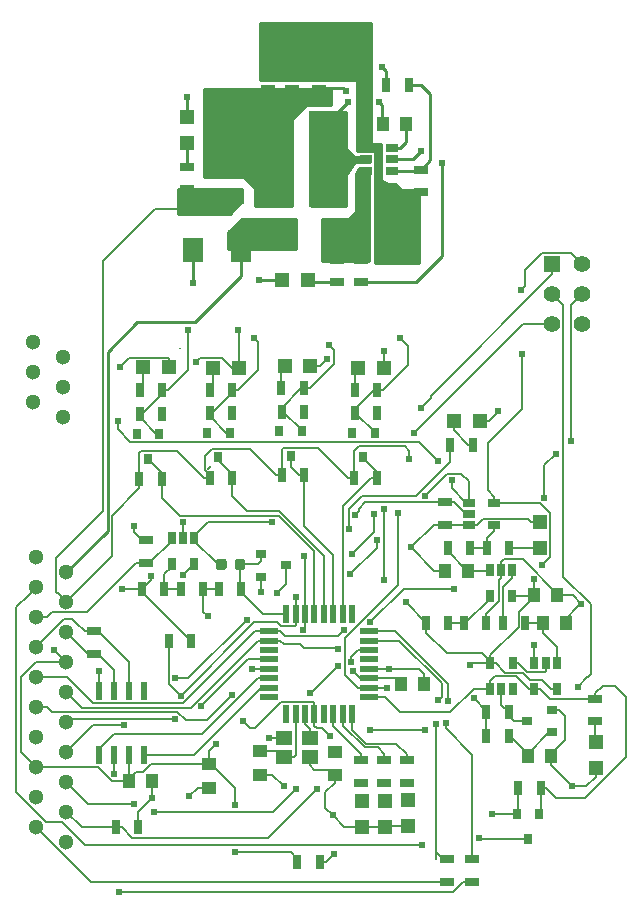
<source format=gtl>
G04 #@! TF.GenerationSoftware,KiCad,Pcbnew,5.0.2-bee76a0~70~ubuntu18.04.1*
G04 #@! TF.CreationDate,2019-02-13T21:41:43-05:00*
G04 #@! TF.ProjectId,Brakelight_Shutdown_BSPD,4272616b-656c-4696-9768-745f53687574,rev?*
G04 #@! TF.SameCoordinates,Original*
G04 #@! TF.FileFunction,Copper,L1,Top*
G04 #@! TF.FilePolarity,Positive*
%FSLAX46Y46*%
G04 Gerber Fmt 4.6, Leading zero omitted, Abs format (unit mm)*
G04 Created by KiCad (PCBNEW 5.0.2-bee76a0~70~ubuntu18.04.1) date Wed 13 Feb 2019 09:41:43 PM EST*
%MOMM*%
%LPD*%
G01*
G04 APERTURE LIST*
G04 #@! TA.AperFunction,SMDPad,CuDef*
%ADD10R,0.700000X1.300000*%
G04 #@! TD*
G04 #@! TA.AperFunction,SMDPad,CuDef*
%ADD11R,1.400000X1.200000*%
G04 #@! TD*
G04 #@! TA.AperFunction,SMDPad,CuDef*
%ADD12R,1.000000X1.250000*%
G04 #@! TD*
G04 #@! TA.AperFunction,SMDPad,CuDef*
%ADD13R,1.250000X1.000000*%
G04 #@! TD*
G04 #@! TA.AperFunction,SMDPad,CuDef*
%ADD14R,1.200000X1.200000*%
G04 #@! TD*
G04 #@! TA.AperFunction,SMDPad,CuDef*
%ADD15R,0.900000X2.500000*%
G04 #@! TD*
G04 #@! TA.AperFunction,SMDPad,CuDef*
%ADD16R,3.300000X8.200000*%
G04 #@! TD*
G04 #@! TA.AperFunction,SMDPad,CuDef*
%ADD17R,1.300000X0.700000*%
G04 #@! TD*
G04 #@! TA.AperFunction,SMDPad,CuDef*
%ADD18R,1.060000X0.650000*%
G04 #@! TD*
G04 #@! TA.AperFunction,SMDPad,CuDef*
%ADD19R,1.000000X1.600000*%
G04 #@! TD*
G04 #@! TA.AperFunction,SMDPad,CuDef*
%ADD20R,1.778000X2.159000*%
G04 #@! TD*
G04 #@! TA.AperFunction,SMDPad,CuDef*
%ADD21R,3.200000X1.000000*%
G04 #@! TD*
G04 #@! TA.AperFunction,SMDPad,CuDef*
%ADD22R,1.600000X0.550000*%
G04 #@! TD*
G04 #@! TA.AperFunction,SMDPad,CuDef*
%ADD23R,0.550000X1.600000*%
G04 #@! TD*
G04 #@! TA.AperFunction,ComponentPad*
%ADD24C,1.300000*%
G04 #@! TD*
G04 #@! TA.AperFunction,ComponentPad*
%ADD25R,1.400000X1.400000*%
G04 #@! TD*
G04 #@! TA.AperFunction,ComponentPad*
%ADD26C,1.400000*%
G04 #@! TD*
G04 #@! TA.AperFunction,SMDPad,CuDef*
%ADD27R,0.900000X0.800000*%
G04 #@! TD*
G04 #@! TA.AperFunction,SMDPad,CuDef*
%ADD28R,0.800000X0.900000*%
G04 #@! TD*
G04 #@! TA.AperFunction,Conductor*
%ADD29C,2.000000*%
G04 #@! TD*
G04 #@! TA.AperFunction,SMDPad,CuDef*
%ADD30C,0.875000*%
G04 #@! TD*
G04 #@! TA.AperFunction,SMDPad,CuDef*
%ADD31R,0.650000X1.060000*%
G04 #@! TD*
G04 #@! TA.AperFunction,SMDPad,CuDef*
%ADD32R,0.600000X1.550000*%
G04 #@! TD*
G04 #@! TA.AperFunction,ViaPad*
%ADD33C,0.609600*%
G04 #@! TD*
G04 #@! TA.AperFunction,Conductor*
%ADD34C,0.254000*%
G04 #@! TD*
G04 #@! TA.AperFunction,Conductor*
%ADD35C,0.152400*%
G04 #@! TD*
G04 #@! TA.AperFunction,Conductor*
%ADD36C,0.600000*%
G04 #@! TD*
G04 #@! TA.AperFunction,Conductor*
%ADD37C,0.800000*%
G04 #@! TD*
G04 #@! TA.AperFunction,Conductor*
%ADD38C,0.700000*%
G04 #@! TD*
G04 #@! TA.AperFunction,Conductor*
%ADD39C,0.500000*%
G04 #@! TD*
G04 #@! TA.AperFunction,Conductor*
%ADD40C,0.250000*%
G04 #@! TD*
G04 #@! TA.AperFunction,Conductor*
%ADD41C,0.300000*%
G04 #@! TD*
G04 APERTURE END LIST*
D10*
G04 #@! TO.P,R1,1*
G04 #@! TO.N,VCC*
X187553600Y-99364800D03*
G04 #@! TO.P,R1,2*
G04 #@! TO.N,Net-(C2-Pad1)*
X189453600Y-99364800D03*
G04 #@! TD*
D11*
G04 #@! TO.P,Y1,1*
G04 #@! TO.N,Net-(C3-Pad1)*
X188623300Y-88798400D03*
G04 #@! TO.P,Y1,2*
G04 #@! TO.N,GND*
X186423300Y-88798400D03*
G04 #@! TO.P,Y1,3*
G04 #@! TO.N,Net-(C4-Pad1)*
X186423300Y-90398400D03*
G04 #@! TO.P,Y1,4*
G04 #@! TO.N,GND*
X188623300Y-90398400D03*
G04 #@! TD*
D12*
G04 #@! TO.P,C11,1*
G04 #@! TO.N,Net-(C11-Pad1)*
X196770500Y-36830000D03*
G04 #@! TO.P,C11,2*
G04 #@! TO.N,Net-(C11-Pad2)*
X194770500Y-36830000D03*
G04 #@! TD*
D13*
G04 #@! TO.P,C13,1*
G04 #@! TO.N,Net-(C12-Pad1)*
X187134500Y-34020000D03*
G04 #@! TO.P,C13,2*
G04 #@! TO.N,GND*
X187134500Y-32020000D03*
G04 #@! TD*
G04 #@! TO.P,C12,1*
G04 #@! TO.N,Net-(C12-Pad1)*
X189420500Y-34020000D03*
G04 #@! TO.P,C12,2*
G04 #@! TO.N,GND*
X189420500Y-32020000D03*
G04 #@! TD*
D14*
G04 #@! TO.P,D6,2*
G04 #@! TO.N,Net-(D6-Pad2)*
X178244500Y-38438000D03*
G04 #@! TO.P,D6,1*
G04 #@! TO.N,GND*
X178244500Y-36238000D03*
G04 #@! TD*
D15*
G04 #@! TO.P,F1,1*
G04 #@! TO.N,+12V*
X187087000Y-46120500D03*
G04 #@! TO.P,F1,2*
G04 #@! TO.N,/12V_Fused*
X189987000Y-46120500D03*
G04 #@! TD*
D16*
G04 #@! TO.P,L1,1*
G04 #@! TO.N,Net-(C11-Pad2)*
X190183000Y-39814500D03*
G04 #@! TO.P,L1,2*
G04 #@! TO.N,Net-(C12-Pad1)*
X185483000Y-39814500D03*
G04 #@! TD*
D17*
G04 #@! TO.P,R10,1*
G04 #@! TO.N,/12V_Fused*
X190944500Y-48326000D03*
G04 #@! TO.P,R10,2*
G04 #@! TO.N,Net-(D3-Pad2)*
X190944500Y-50226000D03*
G04 #@! TD*
G04 #@! TO.P,R12,1*
G04 #@! TO.N,/12V_Fused*
X192976500Y-48326000D03*
G04 #@! TO.P,R12,2*
G04 #@! TO.N,Net-(R12-Pad2)*
X192976500Y-50226000D03*
G04 #@! TD*
G04 #@! TO.P,R20,1*
G04 #@! TO.N,VCC*
X178244500Y-42352000D03*
G04 #@! TO.P,R20,2*
G04 #@! TO.N,Net-(D6-Pad2)*
X178244500Y-40452000D03*
G04 #@! TD*
D18*
G04 #@! TO.P,U4,1*
G04 #@! TO.N,GND*
X193337000Y-38889900D03*
G04 #@! TO.P,U4,2*
G04 #@! TO.N,Net-(C11-Pad2)*
X193337000Y-39839900D03*
G04 #@! TO.P,U4,3*
G04 #@! TO.N,/12V_Fused*
X193337000Y-40789900D03*
G04 #@! TO.P,U4,4*
G04 #@! TO.N,Net-(R15-Pad1)*
X195537000Y-40789900D03*
G04 #@! TO.P,U4,6*
G04 #@! TO.N,Net-(C11-Pad1)*
X195537000Y-38889900D03*
G04 #@! TO.P,U4,5*
G04 #@! TO.N,Net-(R12-Pad2)*
X195537000Y-39839900D03*
G04 #@! TD*
D19*
G04 #@! TO.P,C7,1*
G04 #@! TO.N,/12V_Fused*
X193254500Y-43180000D03*
G04 #@! TO.P,C7,2*
G04 #@! TO.N,GND*
X196254500Y-43180000D03*
G04 #@! TD*
D13*
G04 #@! TO.P,C14,1*
G04 #@! TO.N,Net-(C12-Pad1)*
X185102500Y-34020000D03*
G04 #@! TO.P,C14,2*
G04 #@! TO.N,GND*
X185102500Y-32020000D03*
G04 #@! TD*
D14*
G04 #@! TO.P,D3,2*
G04 #@! TO.N,Net-(D3-Pad2)*
X188488500Y-50038000D03*
G04 #@! TO.P,D3,1*
G04 #@! TO.N,GND*
X186288500Y-50038000D03*
G04 #@! TD*
D20*
G04 #@! TO.P,D2,2*
G04 #@! TO.N,GND*
X178752500Y-47498000D03*
G04 #@! TO.P,D2,1*
G04 #@! TO.N,+12V*
X182816500Y-47498000D03*
G04 #@! TD*
D21*
G04 #@! TO.P,R19,1*
G04 #@! TO.N,VCC*
X181419500Y-43105000D03*
G04 #@! TO.P,R19,2*
G04 #@! TO.N,Net-(C12-Pad1)*
X181419500Y-36905000D03*
G04 #@! TD*
D17*
G04 #@! TO.P,R15,1*
G04 #@! TO.N,Net-(R15-Pad1)*
X198056500Y-40706000D03*
G04 #@! TO.P,R15,2*
G04 #@! TO.N,GND*
X198056500Y-42606000D03*
G04 #@! TD*
D10*
G04 #@! TO.P,R16,1*
G04 #@! TO.N,Net-(R15-Pad1)*
X196974500Y-33528000D03*
G04 #@! TO.P,R16,2*
G04 #@! TO.N,Net-(C12-Pad1)*
X195074500Y-33528000D03*
G04 #@! TD*
D13*
G04 #@! TO.P,C1,2*
G04 #@! TO.N,GND*
X180086000Y-93065600D03*
G04 #@! TO.P,C1,1*
G04 #@! TO.N,VCC*
X180086000Y-91065600D03*
G04 #@! TD*
D12*
G04 #@! TO.P,C2,1*
G04 #@! TO.N,Net-(C2-Pad1)*
X196316600Y-84226400D03*
G04 #@! TO.P,C2,2*
G04 #@! TO.N,GND*
X198316600Y-84226400D03*
G04 #@! TD*
D13*
G04 #@! TO.P,C3,2*
G04 #@! TO.N,GND*
X190741300Y-91973400D03*
G04 #@! TO.P,C3,1*
G04 #@! TO.N,Net-(C3-Pad1)*
X190741300Y-89973400D03*
G04 #@! TD*
G04 #@! TO.P,C4,2*
G04 #@! TO.N,GND*
X184391300Y-91941400D03*
G04 #@! TO.P,C4,1*
G04 #@! TO.N,Net-(C4-Pad1)*
X184391300Y-89941400D03*
G04 #@! TD*
D12*
G04 #@! TO.P,C5,1*
G04 #@! TO.N,Net-(C5-Pad1)*
X202041000Y-74650600D03*
G04 #@! TO.P,C5,2*
G04 #@! TO.N,GND*
X200041000Y-74650600D03*
G04 #@! TD*
G04 #@! TO.P,C6,1*
G04 #@! TO.N,Net-(C6-Pad1)*
X207060800Y-90322400D03*
G04 #@! TO.P,C6,2*
G04 #@! TO.N,GND*
X209060800Y-90322400D03*
G04 #@! TD*
G04 #@! TO.P,C8,2*
G04 #@! TO.N,GND*
X209568800Y-76758800D03*
G04 #@! TO.P,C8,1*
G04 #@! TO.N,VCC*
X207568800Y-76758800D03*
G04 #@! TD*
G04 #@! TO.P,C9,1*
G04 #@! TO.N,VCC*
X173278800Y-92456000D03*
G04 #@! TO.P,C9,2*
G04 #@! TO.N,GND*
X175278800Y-92456000D03*
G04 #@! TD*
G04 #@! TO.P,C10,1*
G04 #@! TO.N,Net-(C10-Pad1)*
X208321400Y-79121000D03*
G04 #@! TO.P,C10,2*
G04 #@! TO.N,GND*
X210321400Y-79121000D03*
G04 #@! TD*
D14*
G04 #@! TO.P,D1,1*
G04 #@! TO.N,GND*
X208102200Y-70545600D03*
G04 #@! TO.P,D1,2*
G04 #@! TO.N,Net-(D1-Pad2)*
X208102200Y-72745600D03*
G04 #@! TD*
G04 #@! TO.P,D4,1*
G04 #@! TO.N,GND*
X212826600Y-91346200D03*
G04 #@! TO.P,D4,2*
G04 #@! TO.N,Net-(D4-Pad2)*
X212826600Y-89146200D03*
G04 #@! TD*
G04 #@! TO.P,D5,2*
G04 #@! TO.N,Net-(D5-Pad2)*
X196900800Y-94111900D03*
G04 #@! TO.P,D5,1*
G04 #@! TO.N,GND*
X196900800Y-96311900D03*
G04 #@! TD*
G04 #@! TO.P,D7,2*
G04 #@! TO.N,Net-(D7-Pad2)*
X174472600Y-57454800D03*
G04 #@! TO.P,D7,1*
G04 #@! TO.N,GND*
X176672600Y-57454800D03*
G04 #@! TD*
G04 #@! TO.P,D8,1*
G04 #@! TO.N,GND*
X194902000Y-57480200D03*
G04 #@! TO.P,D8,2*
G04 #@! TO.N,Net-(D8-Pad2)*
X192702000Y-57480200D03*
G04 #@! TD*
G04 #@! TO.P,D9,2*
G04 #@! TO.N,Net-(D9-Pad2)*
X180383000Y-57480200D03*
G04 #@! TO.P,D9,1*
G04 #@! TO.N,GND*
X182583000Y-57480200D03*
G04 #@! TD*
G04 #@! TO.P,D10,2*
G04 #@! TO.N,Net-(D10-Pad2)*
X186471200Y-57353200D03*
G04 #@! TO.P,D10,1*
G04 #@! TO.N,GND*
X188671200Y-57353200D03*
G04 #@! TD*
G04 #@! TO.P,D12,1*
G04 #@! TO.N,GND*
X194995800Y-96332400D03*
G04 #@! TO.P,D12,2*
G04 #@! TO.N,Net-(D12-Pad2)*
X194995800Y-94132400D03*
G04 #@! TD*
G04 #@! TO.P,D13,2*
G04 #@! TO.N,Net-(D13-Pad2)*
X193027300Y-94132400D03*
G04 #@! TO.P,D13,1*
G04 #@! TO.N,GND*
X193027300Y-96332400D03*
G04 #@! TD*
D22*
G04 #@! TO.P,IC1,1*
G04 #@! TO.N,/MISO*
X185157800Y-79775400D03*
G04 #@! TO.P,IC1,2*
G04 #@! TO.N,/MOSI*
X185157800Y-80575400D03*
G04 #@! TO.P,IC1,3*
G04 #@! TO.N,Net-(IC1-Pad3)*
X185157800Y-81375400D03*
G04 #@! TO.P,IC1,4*
G04 #@! TO.N,VCC*
X185157800Y-82175400D03*
G04 #@! TO.P,IC1,5*
G04 #@! TO.N,GND*
X185157800Y-82975400D03*
G04 #@! TO.P,IC1,6*
G04 #@! TO.N,/TXCAN*
X185157800Y-83775400D03*
G04 #@! TO.P,IC1,7*
G04 #@! TO.N,/RXCAN*
X185157800Y-84575400D03*
G04 #@! TO.P,IC1,8*
G04 #@! TO.N,Net-(IC1-Pad8)*
X185157800Y-85375400D03*
D23*
G04 #@! TO.P,IC1,9*
G04 #@! TO.N,Net-(IC1-Pad9)*
X186607800Y-86825400D03*
G04 #@! TO.P,IC1,10*
G04 #@! TO.N,Net-(C4-Pad1)*
X187407800Y-86825400D03*
G04 #@! TO.P,IC1,11*
G04 #@! TO.N,Net-(C3-Pad1)*
X188207800Y-86825400D03*
G04 #@! TO.P,IC1,12*
G04 #@! TO.N,/SCK*
X189007800Y-86825400D03*
G04 #@! TO.P,IC1,13*
G04 #@! TO.N,Net-(IC1-Pad13)*
X189807800Y-86825400D03*
G04 #@! TO.P,IC1,14*
G04 #@! TO.N,/LED_1*
X190607800Y-86825400D03*
G04 #@! TO.P,IC1,15*
G04 #@! TO.N,/LED_2*
X191407800Y-86825400D03*
G04 #@! TO.P,IC1,16*
G04 #@! TO.N,/LED_3*
X192207800Y-86825400D03*
D22*
G04 #@! TO.P,IC1,17*
G04 #@! TO.N,/BSPD_Relay_Sense*
X193657800Y-85375400D03*
G04 #@! TO.P,IC1,18*
G04 #@! TO.N,/BSPD_Current_Sense*
X193657800Y-84575400D03*
G04 #@! TO.P,IC1,19*
G04 #@! TO.N,Net-(C2-Pad1)*
X193657800Y-83775400D03*
G04 #@! TO.P,IC1,20*
G04 #@! TO.N,GND*
X193657800Y-82975400D03*
G04 #@! TO.P,IC1,21*
G04 #@! TO.N,Net-(IC1-Pad21)*
X193657800Y-82175400D03*
G04 #@! TO.P,IC1,22*
G04 #@! TO.N,/Brake_Pressure_Sense*
X193657800Y-81375400D03*
G04 #@! TO.P,IC1,23*
G04 #@! TO.N,Net-(IC1-Pad23)*
X193657800Y-80575400D03*
G04 #@! TO.P,IC1,24*
G04 #@! TO.N,Net-(IC1-Pad24)*
X193657800Y-79775400D03*
D23*
G04 #@! TO.P,IC1,25*
G04 #@! TO.N,Net-(IC1-Pad25)*
X192207800Y-78325400D03*
G04 #@! TO.P,IC1,26*
G04 #@! TO.N,/SS_E-Stop_Pin*
X191407800Y-78325400D03*
G04 #@! TO.P,IC1,27*
G04 #@! TO.N,/SS_TSMS_Pin*
X190607800Y-78325400D03*
G04 #@! TO.P,IC1,28*
G04 #@! TO.N,/SS_BSPD_Pin*
X189807800Y-78325400D03*
G04 #@! TO.P,IC1,29*
G04 #@! TO.N,/SS_Main_Shutdown_Pin*
X189007800Y-78325400D03*
G04 #@! TO.P,IC1,30*
G04 #@! TO.N,/Cooling_Pump_LSD*
X188207800Y-78325400D03*
G04 #@! TO.P,IC1,31*
G04 #@! TO.N,/RESET*
X187407800Y-78325400D03*
G04 #@! TO.P,IC1,32*
G04 #@! TO.N,/Brakelight_Gate*
X186607800Y-78325400D03*
G04 #@! TD*
D24*
G04 #@! TO.P,J1,5*
G04 #@! TO.N,/Cooling_Pressure_Sense*
X165150800Y-60350400D03*
G04 #@! TO.P,J1,3*
G04 #@! TO.N,/Shutdown_Sense_BSPD*
X165150800Y-57810400D03*
G04 #@! TO.P,J1,1*
G04 #@! TO.N,/Shutdown_Sense_GLVMS*
X165150800Y-55270400D03*
G04 #@! TO.P,J1,2*
G04 #@! TO.N,/Shutdown_Sense_Estop*
X167690800Y-56540400D03*
G04 #@! TO.P,J1,4*
G04 #@! TO.N,/Shutdown_Sense_TSMS*
X167690800Y-59080400D03*
G04 #@! TO.P,J1,6*
G04 #@! TO.N,/BSPD_Current_Sense*
X167690800Y-61620400D03*
G04 #@! TD*
G04 #@! TO.P,J2,5*
G04 #@! TO.N,/Brake_Switch-*
X165468300Y-78574900D03*
G04 #@! TO.P,J2,3*
G04 #@! TO.N,/BSPD_Relay*
X165468300Y-76034900D03*
G04 #@! TO.P,J2,1*
G04 #@! TO.N,GND*
X165468300Y-73494900D03*
G04 #@! TO.P,J2,7*
G04 #@! TO.N,/CAN_low*
X165468300Y-81114900D03*
G04 #@! TO.P,J2,2*
G04 #@! TO.N,+12V*
X168008300Y-74764900D03*
G04 #@! TO.P,J2,4*
G04 #@! TO.N,VCC*
X168008300Y-77304900D03*
G04 #@! TO.P,J2,6*
G04 #@! TO.N,/CAN_high*
X168008300Y-79844900D03*
G04 #@! TO.P,J2,8*
G04 #@! TO.N,VCC*
X168008300Y-82384900D03*
G04 #@! TO.P,J2,9*
G04 #@! TO.N,/MISO*
X165468300Y-83654900D03*
G04 #@! TO.P,J2,10*
G04 #@! TO.N,/MOSI*
X168008300Y-84924900D03*
G04 #@! TO.P,J2,11*
G04 #@! TO.N,/SCK*
X165468300Y-86194900D03*
G04 #@! TO.P,J2,12*
G04 #@! TO.N,/RESET*
X168008300Y-87464900D03*
G04 #@! TO.P,J2,13*
G04 #@! TO.N,/Cooling_Pump_LSD*
X165468300Y-88734900D03*
G04 #@! TO.P,J2,14*
G04 #@! TO.N,/Brakelight_LSD*
X168008300Y-90004900D03*
G04 #@! TO.P,J2,15*
G04 #@! TO.N,VCC*
X165468300Y-91274900D03*
G04 #@! TO.P,J2,16*
G04 #@! TO.N,/Brake_Pressure_Sense*
X168008300Y-92544900D03*
G04 #@! TO.P,J2,17*
G04 #@! TO.N,GND*
X165468300Y-93814900D03*
G04 #@! TO.P,J2,18*
G04 #@! TO.N,/BSPD_Current_Sense*
X168008300Y-95084900D03*
G04 #@! TO.P,J2,19*
G04 #@! TO.N,/RJ45_LED1*
X165468300Y-96354900D03*
G04 #@! TO.P,J2,20*
G04 #@! TO.N,/RJ45_LED2*
X168008300Y-97624900D03*
G04 #@! TD*
D25*
G04 #@! TO.P,J3,1*
G04 #@! TO.N,/MISO*
X209143600Y-48717200D03*
D26*
G04 #@! TO.P,J3,2*
G04 #@! TO.N,VCC*
X211683600Y-48717200D03*
G04 #@! TO.P,J3,3*
G04 #@! TO.N,/SCK*
X209143600Y-51257200D03*
G04 #@! TO.P,J3,4*
G04 #@! TO.N,/MOSI*
X211683600Y-51257200D03*
G04 #@! TO.P,J3,5*
G04 #@! TO.N,/RESET*
X209143600Y-53797200D03*
G04 #@! TO.P,J3,6*
G04 #@! TO.N,GND*
X211683600Y-53797200D03*
G04 #@! TD*
D27*
G04 #@! TO.P,Q1,3*
G04 #@! TO.N,Net-(Q1-Pad3)*
X207035400Y-87401400D03*
G04 #@! TO.P,Q1,2*
G04 #@! TO.N,GND*
X209135400Y-86451400D03*
G04 #@! TO.P,Q1,1*
G04 #@! TO.N,Net-(C6-Pad1)*
X209135400Y-88351400D03*
G04 #@! TD*
D28*
G04 #@! TO.P,Q2,3*
G04 #@! TO.N,/BSPD_Relay*
X207076000Y-97350000D03*
G04 #@! TO.P,Q2,2*
G04 #@! TO.N,GND*
X206126000Y-95250000D03*
G04 #@! TO.P,Q2,1*
G04 #@! TO.N,/BSPD_Relay_Sense*
X208026000Y-95250000D03*
G04 #@! TD*
G04 #@! TO.P,Q3,1*
G04 #@! TO.N,/Shutdown_Sense_GLVMS*
X175881951Y-63076371D03*
G04 #@! TO.P,Q3,2*
G04 #@! TO.N,GND*
X173981951Y-63076371D03*
G04 #@! TO.P,Q3,3*
G04 #@! TO.N,/SS_Main_Shutdown_Pin*
X174931951Y-65176371D03*
G04 #@! TD*
G04 #@! TO.P,Q4,1*
G04 #@! TO.N,/Shutdown_Sense_Estop*
X194091600Y-62974800D03*
G04 #@! TO.P,Q4,2*
G04 #@! TO.N,GND*
X192191600Y-62974800D03*
G04 #@! TO.P,Q4,3*
G04 #@! TO.N,/SS_E-Stop_Pin*
X193141600Y-65074800D03*
G04 #@! TD*
G04 #@! TO.P,Q5,1*
G04 #@! TO.N,/Shutdown_Sense_BSPD*
X181823400Y-62974800D03*
G04 #@! TO.P,Q5,2*
G04 #@! TO.N,GND*
X179923400Y-62974800D03*
G04 #@! TO.P,Q5,3*
G04 #@! TO.N,/SS_BSPD_Pin*
X180873400Y-65074800D03*
G04 #@! TD*
D27*
G04 #@! TO.P,Q6,1*
G04 #@! TO.N,/Brakelight_Gate*
X184513800Y-73268800D03*
G04 #@! TO.P,Q6,2*
G04 #@! TO.N,GND*
X184513800Y-75168800D03*
G04 #@! TO.P,Q6,3*
G04 #@! TO.N,/Brakelight_LSD*
X186613800Y-74218800D03*
G04 #@! TD*
D28*
G04 #@! TO.P,Q7,3*
G04 #@! TO.N,/SS_TSMS_Pin*
X186984600Y-64939600D03*
G04 #@! TO.P,Q7,2*
G04 #@! TO.N,GND*
X186034600Y-62839600D03*
G04 #@! TO.P,Q7,1*
G04 #@! TO.N,/Shutdown_Sense_TSMS*
X187934600Y-62839600D03*
G04 #@! TD*
D17*
G04 #@! TO.P,R2,2*
G04 #@! TO.N,GND*
X200025000Y-70774600D03*
G04 #@! TO.P,R2,1*
G04 #@! TO.N,/Brake_Switch_Pressed*
X200025000Y-68874600D03*
G04 #@! TD*
D10*
G04 #@! TO.P,R3,2*
G04 #@! TO.N,/RESET*
X176672200Y-80619600D03*
G04 #@! TO.P,R3,1*
G04 #@! TO.N,VCC*
X178572200Y-80619600D03*
G04 #@! TD*
G04 #@! TO.P,R4,1*
G04 #@! TO.N,GND*
X174091600Y-96393000D03*
G04 #@! TO.P,R4,2*
G04 #@! TO.N,/BSPD_Current_Sense*
X172191600Y-96393000D03*
G04 #@! TD*
G04 #@! TO.P,R5,2*
G04 #@! TO.N,Net-(D1-Pad2)*
X205486000Y-72720200D03*
G04 #@! TO.P,R5,1*
G04 #@! TO.N,Net-(R5-Pad1)*
X203586000Y-72720200D03*
G04 #@! TD*
G04 #@! TO.P,R6,1*
G04 #@! TO.N,VCC*
X203560600Y-88671400D03*
G04 #@! TO.P,R6,2*
G04 #@! TO.N,Net-(C6-Pad1)*
X205460600Y-88671400D03*
G04 #@! TD*
G04 #@! TO.P,R7,1*
G04 #@! TO.N,Net-(R5-Pad1)*
X202209400Y-72720200D03*
G04 #@! TO.P,R7,2*
G04 #@! TO.N,Net-(C5-Pad1)*
X200309400Y-72720200D03*
G04 #@! TD*
G04 #@! TO.P,R8,1*
G04 #@! TO.N,VCC*
X198455200Y-79095600D03*
G04 #@! TO.P,R8,2*
G04 #@! TO.N,Net-(R11-Pad1)*
X200355200Y-79095600D03*
G04 #@! TD*
G04 #@! TO.P,R9,2*
G04 #@! TO.N,VCC*
X203560600Y-86664800D03*
G04 #@! TO.P,R9,1*
G04 #@! TO.N,Net-(Q1-Pad3)*
X205460600Y-86664800D03*
G04 #@! TD*
G04 #@! TO.P,R11,2*
G04 #@! TO.N,GND*
X203565800Y-79095600D03*
G04 #@! TO.P,R11,1*
G04 #@! TO.N,Net-(R11-Pad1)*
X201665800Y-79095600D03*
G04 #@! TD*
G04 #@! TO.P,R13,1*
G04 #@! TO.N,Net-(C10-Pad1)*
X206867800Y-79121000D03*
G04 #@! TO.P,R13,2*
G04 #@! TO.N,Net-(R13-Pad2)*
X204967800Y-79121000D03*
G04 #@! TD*
D17*
G04 #@! TO.P,R14,1*
G04 #@! TO.N,/CAN_high*
X170357800Y-81683900D03*
G04 #@! TO.P,R14,2*
G04 #@! TO.N,/CAN_low*
X170357800Y-79783900D03*
G04 #@! TD*
G04 #@! TO.P,R17,2*
G04 #@! TO.N,Net-(D4-Pad2)*
X212801200Y-87426800D03*
G04 #@! TO.P,R17,1*
G04 #@! TO.N,/BSPD_Relay_Sense*
X212801200Y-85526800D03*
G04 #@! TD*
D10*
G04 #@! TO.P,R18,2*
G04 #@! TO.N,GND*
X206248000Y-93065600D03*
G04 #@! TO.P,R18,1*
G04 #@! TO.N,/BSPD_Relay_Sense*
X208148000Y-93065600D03*
G04 #@! TD*
G04 #@! TO.P,R21,1*
G04 #@! TO.N,/Shutdown_Sense_GLVMS*
X176100351Y-59380671D03*
G04 #@! TO.P,R21,2*
G04 #@! TO.N,Net-(D7-Pad2)*
X174200351Y-59380671D03*
G04 #@! TD*
G04 #@! TO.P,R22,2*
G04 #@! TO.N,GND*
X176100351Y-61374571D03*
G04 #@! TO.P,R22,1*
G04 #@! TO.N,/Shutdown_Sense_GLVMS*
X174200351Y-61374571D03*
G04 #@! TD*
G04 #@! TO.P,R23,1*
G04 #@! TO.N,VCC*
X174187651Y-66873671D03*
G04 #@! TO.P,R23,2*
G04 #@! TO.N,/SS_Main_Shutdown_Pin*
X176087651Y-66873671D03*
G04 #@! TD*
G04 #@! TO.P,R24,2*
G04 #@! TO.N,VCC*
X174401400Y-76200000D03*
G04 #@! TO.P,R24,1*
G04 #@! TO.N,Net-(R24-Pad1)*
X176301400Y-76200000D03*
G04 #@! TD*
D17*
G04 #@! TO.P,R25,2*
G04 #@! TO.N,/Brake_Switch-*
X174726600Y-74000400D03*
G04 #@! TO.P,R25,1*
G04 #@! TO.N,GND*
X174726600Y-72100400D03*
G04 #@! TD*
D10*
G04 #@! TO.P,R26,2*
G04 #@! TO.N,Net-(D8-Pad2)*
X192430400Y-59334400D03*
G04 #@! TO.P,R26,1*
G04 #@! TO.N,/Shutdown_Sense_Estop*
X194330400Y-59334400D03*
G04 #@! TD*
G04 #@! TO.P,R27,1*
G04 #@! TO.N,GND*
X179573000Y-76200000D03*
G04 #@! TO.P,R27,2*
G04 #@! TO.N,Net-(R24-Pad1)*
X177673000Y-76200000D03*
G04 #@! TD*
G04 #@! TO.P,R28,2*
G04 #@! TO.N,Net-(D9-Pad2)*
X180126600Y-59334400D03*
G04 #@! TO.P,R28,1*
G04 #@! TO.N,/Shutdown_Sense_BSPD*
X182026600Y-59334400D03*
G04 #@! TD*
G04 #@! TO.P,R29,1*
G04 #@! TO.N,/Shutdown_Sense_Estop*
X192420200Y-61290200D03*
G04 #@! TO.P,R29,2*
G04 #@! TO.N,GND*
X194320200Y-61290200D03*
G04 #@! TD*
G04 #@! TO.P,R30,1*
G04 #@! TO.N,/Shutdown_Sense_BSPD*
X180126600Y-61290200D03*
G04 #@! TO.P,R30,2*
G04 #@! TO.N,GND*
X182026600Y-61290200D03*
G04 #@! TD*
G04 #@! TO.P,R31,1*
G04 #@! TO.N,VCC*
X192384600Y-66802000D03*
G04 #@! TO.P,R31,2*
G04 #@! TO.N,/SS_E-Stop_Pin*
X194284600Y-66802000D03*
G04 #@! TD*
G04 #@! TO.P,R32,2*
G04 #@! TO.N,/SS_BSPD_Pin*
X182052000Y-66802000D03*
G04 #@! TO.P,R32,1*
G04 #@! TO.N,VCC*
X180152000Y-66802000D03*
G04 #@! TD*
D29*
G04 #@! TO.N,/Brakelight_Gate*
G04 #@! TO.C,R33*
G36*
X182942391Y-73643253D02*
X182963626Y-73646403D01*
X182984450Y-73651619D01*
X183004662Y-73658851D01*
X183024068Y-73668030D01*
X183042481Y-73679066D01*
X183059724Y-73691854D01*
X183075630Y-73706270D01*
X183090046Y-73722176D01*
X183102834Y-73739419D01*
X183113870Y-73757832D01*
X183123049Y-73777238D01*
X183130281Y-73797450D01*
X183135497Y-73818274D01*
X183138647Y-73839509D01*
X183139700Y-73860950D01*
X183139700Y-74373450D01*
X183138647Y-74394891D01*
X183135497Y-74416126D01*
X183130281Y-74436950D01*
X183123049Y-74457162D01*
X183113870Y-74476568D01*
X183102834Y-74494981D01*
X183090046Y-74512224D01*
X183075630Y-74528130D01*
X183059724Y-74542546D01*
X183042481Y-74555334D01*
X183024068Y-74566370D01*
X183004662Y-74575549D01*
X182984450Y-74582781D01*
X182963626Y-74587997D01*
X182942391Y-74591147D01*
X182920950Y-74592200D01*
X182483450Y-74592200D01*
X182462009Y-74591147D01*
X182440774Y-74587997D01*
X182419950Y-74582781D01*
X182399738Y-74575549D01*
X182380332Y-74566370D01*
X182361919Y-74555334D01*
X182344676Y-74542546D01*
X182328770Y-74528130D01*
X182314354Y-74512224D01*
X182301566Y-74494981D01*
X182290530Y-74476568D01*
X182281351Y-74457162D01*
X182274119Y-74436950D01*
X182268903Y-74416126D01*
X182265753Y-74394891D01*
X182264700Y-74373450D01*
X182264700Y-73860950D01*
X182265753Y-73839509D01*
X182268903Y-73818274D01*
X182274119Y-73797450D01*
X182281351Y-73777238D01*
X182290530Y-73757832D01*
X182301566Y-73739419D01*
X182314354Y-73722176D01*
X182328770Y-73706270D01*
X182344676Y-73691854D01*
X182361919Y-73679066D01*
X182380332Y-73668030D01*
X182399738Y-73658851D01*
X182419950Y-73651619D01*
X182440774Y-73646403D01*
X182462009Y-73643253D01*
X182483450Y-73642200D01*
X182920950Y-73642200D01*
X182942391Y-73643253D01*
X182942391Y-73643253D01*
G37*
D30*
G04 #@! TD*
G04 #@! TO.P,R33,1*
G04 #@! TO.N,/Brakelight_Gate*
X182702200Y-74117200D03*
D29*
G04 #@! TO.N,/Brake_Switch_Pressed*
G04 #@! TO.C,R33*
G36*
X181367391Y-73643253D02*
X181388626Y-73646403D01*
X181409450Y-73651619D01*
X181429662Y-73658851D01*
X181449068Y-73668030D01*
X181467481Y-73679066D01*
X181484724Y-73691854D01*
X181500630Y-73706270D01*
X181515046Y-73722176D01*
X181527834Y-73739419D01*
X181538870Y-73757832D01*
X181548049Y-73777238D01*
X181555281Y-73797450D01*
X181560497Y-73818274D01*
X181563647Y-73839509D01*
X181564700Y-73860950D01*
X181564700Y-74373450D01*
X181563647Y-74394891D01*
X181560497Y-74416126D01*
X181555281Y-74436950D01*
X181548049Y-74457162D01*
X181538870Y-74476568D01*
X181527834Y-74494981D01*
X181515046Y-74512224D01*
X181500630Y-74528130D01*
X181484724Y-74542546D01*
X181467481Y-74555334D01*
X181449068Y-74566370D01*
X181429662Y-74575549D01*
X181409450Y-74582781D01*
X181388626Y-74587997D01*
X181367391Y-74591147D01*
X181345950Y-74592200D01*
X180908450Y-74592200D01*
X180887009Y-74591147D01*
X180865774Y-74587997D01*
X180844950Y-74582781D01*
X180824738Y-74575549D01*
X180805332Y-74566370D01*
X180786919Y-74555334D01*
X180769676Y-74542546D01*
X180753770Y-74528130D01*
X180739354Y-74512224D01*
X180726566Y-74494981D01*
X180715530Y-74476568D01*
X180706351Y-74457162D01*
X180699119Y-74436950D01*
X180693903Y-74416126D01*
X180690753Y-74394891D01*
X180689700Y-74373450D01*
X180689700Y-73860950D01*
X180690753Y-73839509D01*
X180693903Y-73818274D01*
X180699119Y-73797450D01*
X180706351Y-73777238D01*
X180715530Y-73757832D01*
X180726566Y-73739419D01*
X180739354Y-73722176D01*
X180753770Y-73706270D01*
X180769676Y-73691854D01*
X180786919Y-73679066D01*
X180805332Y-73668030D01*
X180824738Y-73658851D01*
X180844950Y-73651619D01*
X180865774Y-73646403D01*
X180887009Y-73643253D01*
X180908450Y-73642200D01*
X181345950Y-73642200D01*
X181367391Y-73643253D01*
X181367391Y-73643253D01*
G37*
D30*
G04 #@! TD*
G04 #@! TO.P,R33,2*
G04 #@! TO.N,/Brake_Switch_Pressed*
X181127200Y-74117200D03*
D10*
G04 #@! TO.P,R34,1*
G04 #@! TO.N,/Brakelight_Gate*
X182803800Y-76200000D03*
G04 #@! TO.P,R34,2*
G04 #@! TO.N,GND*
X180903800Y-76200000D03*
G04 #@! TD*
G04 #@! TO.P,R35,1*
G04 #@! TO.N,/Shutdown_Sense_TSMS*
X188112400Y-59232800D03*
G04 #@! TO.P,R35,2*
G04 #@! TO.N,Net-(D10-Pad2)*
X186212400Y-59232800D03*
G04 #@! TD*
G04 #@! TO.P,R37,2*
G04 #@! TO.N,GND*
X188137800Y-61188600D03*
G04 #@! TO.P,R37,1*
G04 #@! TO.N,/Shutdown_Sense_TSMS*
X186237800Y-61188600D03*
G04 #@! TD*
G04 #@! TO.P,R39,1*
G04 #@! TO.N,VCC*
X186263200Y-66598800D03*
G04 #@! TO.P,R39,2*
G04 #@! TO.N,/SS_TSMS_Pin*
X188163200Y-66598800D03*
G04 #@! TD*
D17*
G04 #@! TO.P,R41,1*
G04 #@! TO.N,/RJ45_LED1*
X200202800Y-101000600D03*
G04 #@! TO.P,R41,2*
G04 #@! TO.N,Net-(IC1-Pad23)*
X200202800Y-99100600D03*
G04 #@! TD*
G04 #@! TO.P,R42,2*
G04 #@! TO.N,/RJ45_LED2*
X202387200Y-100985400D03*
G04 #@! TO.P,R42,1*
G04 #@! TO.N,Net-(IC1-Pad24)*
X202387200Y-99085400D03*
G04 #@! TD*
G04 #@! TO.P,R44,2*
G04 #@! TO.N,Net-(D5-Pad2)*
X196837300Y-92605900D03*
G04 #@! TO.P,R44,1*
G04 #@! TO.N,/LED_3*
X196837300Y-90705900D03*
G04 #@! TD*
G04 #@! TO.P,R45,1*
G04 #@! TO.N,/LED_2*
X194932300Y-90708400D03*
G04 #@! TO.P,R45,2*
G04 #@! TO.N,Net-(D12-Pad2)*
X194932300Y-92608400D03*
G04 #@! TD*
G04 #@! TO.P,R46,2*
G04 #@! TO.N,Net-(D13-Pad2)*
X192963800Y-92608400D03*
G04 #@! TO.P,R46,1*
G04 #@! TO.N,/LED_1*
X192963800Y-90708400D03*
G04 #@! TD*
D18*
G04 #@! TO.P,U1,5*
G04 #@! TO.N,VCC*
X204249200Y-68900000D03*
G04 #@! TO.P,U1,4*
G04 #@! TO.N,Net-(R5-Pad1)*
X204249200Y-70800000D03*
G04 #@! TO.P,U1,3*
G04 #@! TO.N,GND*
X202049200Y-70800000D03*
G04 #@! TO.P,U1,2*
G04 #@! TO.N,/Brake_Switch_Pressed*
X202049200Y-69850000D03*
G04 #@! TO.P,U1,1*
G04 #@! TO.N,/BSPD_Current_Sense*
X202049200Y-68900000D03*
G04 #@! TD*
D31*
G04 #@! TO.P,U2,1*
G04 #@! TO.N,Net-(R13-Pad2)*
X205750200Y-74617400D03*
G04 #@! TO.P,U2,2*
G04 #@! TO.N,GND*
X204800200Y-74617400D03*
G04 #@! TO.P,U2,3*
G04 #@! TO.N,Net-(C5-Pad1)*
X203850200Y-74617400D03*
G04 #@! TO.P,U2,4*
G04 #@! TO.N,Net-(R11-Pad1)*
X203850200Y-76817400D03*
G04 #@! TO.P,U2,5*
G04 #@! TO.N,VCC*
X205750200Y-76817400D03*
G04 #@! TD*
D32*
G04 #@! TO.P,U3,1*
G04 #@! TO.N,/TXCAN*
X170738800Y-90228400D03*
G04 #@! TO.P,U3,2*
G04 #@! TO.N,GND*
X172008800Y-90228400D03*
G04 #@! TO.P,U3,3*
G04 #@! TO.N,VCC*
X173278800Y-90228400D03*
G04 #@! TO.P,U3,4*
G04 #@! TO.N,/RXCAN*
X174548800Y-90228400D03*
G04 #@! TO.P,U3,5*
G04 #@! TO.N,Net-(U3-Pad5)*
X174548800Y-84828400D03*
G04 #@! TO.P,U3,6*
G04 #@! TO.N,/CAN_low*
X173278800Y-84828400D03*
G04 #@! TO.P,U3,7*
G04 #@! TO.N,/CAN_high*
X172008800Y-84828400D03*
G04 #@! TO.P,U3,8*
G04 #@! TO.N,GND*
X170738800Y-84828400D03*
G04 #@! TD*
D31*
G04 #@! TO.P,U5,1*
G04 #@! TO.N,/BSPD_Relay_Sense*
X203875600Y-84683600D03*
G04 #@! TO.P,U5,2*
G04 #@! TO.N,Net-(Q1-Pad3)*
X204825600Y-84683600D03*
G04 #@! TO.P,U5,3*
G04 #@! TO.N,GND*
X205775600Y-84683600D03*
G04 #@! TO.P,U5,4*
G04 #@! TO.N,Net-(U5-Pad4)*
X205775600Y-82483600D03*
G04 #@! TO.P,U5,5*
G04 #@! TO.N,VCC*
X203875600Y-82483600D03*
G04 #@! TD*
G04 #@! TO.P,U6,5*
G04 #@! TO.N,VCC*
X209524600Y-84683600D03*
G04 #@! TO.P,U6,4*
G04 #@! TO.N,/BSPD_Relay_Sense*
X207624600Y-84683600D03*
G04 #@! TO.P,U6,3*
G04 #@! TO.N,GND*
X207624600Y-82483600D03*
G04 #@! TO.P,U6,2*
G04 #@! TO.N,Net-(U5-Pad4)*
X208574600Y-82483600D03*
G04 #@! TO.P,U6,1*
G04 #@! TO.N,Net-(C10-Pad1)*
X209524600Y-82483600D03*
G04 #@! TD*
G04 #@! TO.P,U7,1*
G04 #@! TO.N,/Brake_Switch_Pressed*
X178808600Y-71914800D03*
G04 #@! TO.P,U7,2*
G04 #@! TO.N,GND*
X177858600Y-71914800D03*
G04 #@! TO.P,U7,3*
G04 #@! TO.N,/Brake_Switch-*
X176908600Y-71914800D03*
G04 #@! TO.P,U7,4*
G04 #@! TO.N,Net-(R24-Pad1)*
X176908600Y-74114800D03*
G04 #@! TO.P,U7,5*
G04 #@! TO.N,VCC*
X178808600Y-74114800D03*
G04 #@! TD*
D14*
G04 #@! TO.P,D11,2*
G04 #@! TO.N,Net-(D11-Pad2)*
X200804600Y-62026800D03*
G04 #@! TO.P,D11,1*
G04 #@! TO.N,GND*
X203004600Y-62026800D03*
G04 #@! TD*
D10*
G04 #@! TO.P,R36,1*
G04 #@! TO.N,/Cooling_Pump_LSD*
X200497400Y-64008000D03*
G04 #@! TO.P,R36,2*
G04 #@! TO.N,Net-(D11-Pad2)*
X202397400Y-64008000D03*
G04 #@! TD*
D33*
G04 #@! TO.N,GND*
X178752500Y-50292000D03*
X178244500Y-34544000D03*
X195008500Y-45212000D03*
X195008500Y-47498000D03*
X196786500Y-47498000D03*
X196786500Y-45212000D03*
X185356500Y-30226000D03*
X190182500Y-29972000D03*
X189166500Y-28956000D03*
X188150500Y-29972000D03*
X187134500Y-28956000D03*
X186372500Y-29972000D03*
X185356500Y-28956000D03*
X184340500Y-50038000D03*
X172008800Y-91846400D03*
X170738800Y-83146900D03*
X183692800Y-82956400D03*
X185153300Y-88798400D03*
X190550800Y-95338900D03*
X186423300Y-92925900D03*
X195313300Y-82956400D03*
X179959000Y-78536800D03*
X173710600Y-70916800D03*
X177876200Y-70561200D03*
X184480200Y-76504800D03*
X175285400Y-93878400D03*
X178409600Y-93776800D03*
X204520800Y-61163200D03*
X197180200Y-72694800D03*
X211582000Y-77470000D03*
X210845400Y-92887800D03*
X207619600Y-80975200D03*
X204063600Y-95250000D03*
X178968400Y-56997600D03*
X190093600Y-56769000D03*
X194894200Y-56032400D03*
X182575200Y-54254400D03*
X172542200Y-57429400D03*
G04 #@! TO.N,VCC*
X179428348Y-86106795D03*
X180695600Y-89306400D03*
X202158600Y-82626200D03*
X202484971Y-85441771D03*
X166928800Y-81356200D03*
X172694600Y-76200000D03*
X177850800Y-75031600D03*
X175183800Y-75082400D03*
X197027800Y-65201800D03*
X194894200Y-75463400D03*
X196723000Y-77317600D03*
X208280000Y-74193400D03*
X207555629Y-75374971D03*
X206552800Y-56311800D03*
X206527400Y-50901600D03*
X194894200Y-69469000D03*
X182245000Y-94488000D03*
X182245000Y-98501200D03*
G04 #@! TO.N,/MISO*
X198018400Y-60909200D03*
X192049400Y-74955400D03*
X194284600Y-72085200D03*
X191526988Y-79665388D03*
G04 #@! TO.N,/SCK*
X211302600Y-84505800D03*
X193675000Y-88163400D03*
X190347600Y-88671400D03*
X182025629Y-85200829D03*
X182956200Y-87401400D03*
X198374000Y-88163400D03*
G04 #@! TO.N,Net-(C2-Pad1)*
X190703200Y-98653600D03*
X192254585Y-83143798D03*
G04 #@! TO.N,Net-(C11-Pad2)*
X194454600Y-34963100D03*
X191863800Y-35013900D03*
G04 #@! TO.N,Net-(C12-Pad1)*
X191706500Y-34036000D03*
X194754500Y-32004000D03*
G04 #@! TO.N,/MOSI*
X191008000Y-81254600D03*
X193751200Y-79043198D03*
X200812400Y-76225400D03*
X208457800Y-68503800D03*
X209448400Y-64744600D03*
X210718400Y-63703200D03*
G04 #@! TO.N,/Brake_Pressure_Sense*
X192100200Y-82397600D03*
X173761400Y-94386400D03*
X175437800Y-95072200D03*
X187426600Y-93116400D03*
X190982600Y-82702400D03*
X188671200Y-84988400D03*
G04 #@! TO.N,Net-(IC1-Pad23)*
X199263000Y-87630000D03*
X199466200Y-85648800D03*
G04 #@! TO.N,Net-(IC1-Pad24)*
X200152000Y-87579200D03*
X200329800Y-85674200D03*
G04 #@! TO.N,/RESET*
X177673000Y-85293200D03*
X177215800Y-87223600D03*
X197434200Y-62992000D03*
X194030600Y-69850000D03*
X192176400Y-73228200D03*
X187426600Y-76885800D03*
G04 #@! TO.N,/Shutdown_Sense_TSMS*
X190246000Y-55524400D03*
G04 #@! TO.N,/Shutdown_Sense_BSPD*
X183896000Y-54940200D03*
G04 #@! TO.N,/Shutdown_Sense_GLVMS*
X178308000Y-54254400D03*
G04 #@! TO.N,/Shutdown_Sense_Estop*
X196265800Y-54991000D03*
G04 #@! TO.N,/BSPD_Relay*
X202946000Y-97307400D03*
X198094600Y-97891600D03*
G04 #@! TO.N,/Brakelight_LSD*
X185851800Y-76555600D03*
X177205600Y-83769200D03*
X183286400Y-78816200D03*
X172872400Y-87757000D03*
G04 #@! TO.N,/RJ45_LED2*
X172440600Y-101828600D03*
G04 #@! TO.N,/Brake_Switch_Pressed*
X185445400Y-70561199D03*
X192481200Y-69926200D03*
G04 #@! TO.N,Net-(R12-Pad2)*
X198056500Y-39116000D03*
X199834500Y-40132000D03*
G04 #@! TO.N,/BSPD_Current_Sense*
X172339000Y-61950600D03*
X199491600Y-65379600D03*
X200634600Y-66954400D03*
X189255400Y-93116400D03*
X196062600Y-69799200D03*
X195173600Y-84607400D03*
X198374000Y-68341200D03*
G04 #@! TO.N,/Cooling_Pump_LSD*
X188163200Y-73380600D03*
X191947800Y-71120000D03*
X191947800Y-71120000D03*
X188010800Y-79654400D03*
G04 #@! TD*
D34*
G04 #@! TO.N,GND*
X178752500Y-47498000D02*
X178752500Y-50292000D01*
X178244500Y-36238000D02*
X178244500Y-34544000D01*
X198056500Y-42606000D02*
X196828500Y-42606000D01*
X196828500Y-42606000D02*
X196254500Y-43180000D01*
X178752500Y-47498000D02*
X178752500Y-47307500D01*
X196254500Y-43180000D02*
X196254500Y-44680000D01*
X196786500Y-47498000D02*
X195008500Y-47498000D01*
X196254500Y-44680000D02*
X196786500Y-45212000D01*
X185356500Y-30226000D02*
X185356500Y-28956000D01*
X185102500Y-30480000D02*
X185356500Y-30226000D01*
X185102500Y-32020000D02*
X185102500Y-30480000D01*
X188150500Y-29972000D02*
X189166500Y-28956000D01*
X187134500Y-29210000D02*
X187134500Y-28956000D01*
X186372500Y-29972000D02*
X187134500Y-29210000D01*
X186288500Y-50038000D02*
X184340500Y-50038000D01*
D35*
X172008800Y-90228400D02*
X172008800Y-91846400D01*
X170738800Y-84828400D02*
X170738800Y-83146900D01*
X185157800Y-82975400D02*
X183711800Y-82975400D01*
X183711800Y-82975400D02*
X183692800Y-82956400D01*
X195016300Y-96311900D02*
X194995800Y-96332400D01*
X196900800Y-96311900D02*
X195016300Y-96311900D01*
X194243400Y-96332400D02*
X193027300Y-96332400D01*
X194995800Y-96332400D02*
X194243400Y-96332400D01*
X186423300Y-88798400D02*
X185570900Y-88798400D01*
X188623300Y-90398400D02*
X188723300Y-90398400D01*
X185570900Y-88798400D02*
X185153300Y-88798400D01*
X191544300Y-96332400D02*
X190550800Y-95338900D01*
X193027300Y-96332400D02*
X191544300Y-96332400D01*
X184391300Y-91941400D02*
X185438800Y-91941400D01*
X185438800Y-91941400D02*
X186423300Y-92925900D01*
X190741300Y-92625800D02*
X189933200Y-93433900D01*
X190741300Y-91973400D02*
X190741300Y-92625800D01*
X188623300Y-91150800D02*
X189001400Y-91528900D01*
X188623300Y-90398400D02*
X188623300Y-91150800D01*
X189001400Y-91528900D02*
X190296800Y-91528900D01*
X190296800Y-91528900D02*
X190741300Y-91973400D01*
X189933200Y-94721300D02*
X190550800Y-95338900D01*
X189933200Y-93433900D02*
X189933200Y-94721300D01*
X193657800Y-82975400D02*
X195294300Y-82975400D01*
X195294300Y-82975400D02*
X195313300Y-82956400D01*
X180220151Y-65829771D02*
X180027151Y-66022771D01*
X179573000Y-76200000D02*
X179573000Y-78150800D01*
X179573000Y-78150800D02*
X179959000Y-78536800D01*
X173710600Y-71384400D02*
X173710600Y-70916800D01*
X174726600Y-72100400D02*
X174426600Y-72100400D01*
X174426600Y-72100400D02*
X173710600Y-71384400D01*
X177858600Y-71232400D02*
X177876200Y-71214800D01*
X177858600Y-71914800D02*
X177858600Y-71232400D01*
X177876200Y-71214800D02*
X177876200Y-70561200D01*
X179573000Y-76200000D02*
X180903800Y-76200000D01*
X184513800Y-75168800D02*
X184513800Y-76471200D01*
X184513800Y-76471200D02*
X184480200Y-76504800D01*
X175278800Y-92456000D02*
X175278800Y-93871800D01*
X175278800Y-93871800D02*
X175285400Y-93878400D01*
X180086000Y-93065600D02*
X179120800Y-93065600D01*
X179120800Y-93065600D02*
X178409600Y-93776800D01*
X195744352Y-82956400D02*
X195313300Y-82956400D01*
X198316600Y-83449000D02*
X197824000Y-82956400D01*
X197824000Y-82956400D02*
X195744352Y-82956400D01*
X198316600Y-84226400D02*
X198316600Y-83449000D01*
X177596600Y-55778400D02*
X177596800Y-55778400D01*
X203004600Y-62026800D02*
X203757000Y-62026800D01*
X204520800Y-61263000D02*
X204520800Y-61163200D01*
X203757000Y-62026800D02*
X204520800Y-61263000D01*
X202023800Y-70774600D02*
X202049200Y-70800000D01*
X200025000Y-70774600D02*
X202023800Y-70774600D01*
X200025000Y-70774600D02*
X199100400Y-70774600D01*
X199100400Y-70774600D02*
X197180200Y-72694800D01*
X199136000Y-74650600D02*
X197180200Y-72694800D01*
X200041000Y-74650600D02*
X199136000Y-74650600D01*
X209568800Y-76758800D02*
X210870800Y-76758800D01*
X210870800Y-76758800D02*
X211582000Y-77470000D01*
X211277201Y-77774799D02*
X211582000Y-77470000D01*
X210321400Y-78730600D02*
X211277201Y-77774799D01*
X210321400Y-79121000D02*
X210321400Y-78730600D01*
X202731600Y-70800000D02*
X202049200Y-70800000D01*
X203285201Y-70246399D02*
X202731600Y-70800000D01*
X207050599Y-70246399D02*
X203285201Y-70246399D01*
X207349800Y-70545600D02*
X207050599Y-70246399D01*
X208102200Y-70545600D02*
X207349800Y-70545600D01*
X204800200Y-73935000D02*
X205024400Y-73710800D01*
X204800200Y-74617400D02*
X204800200Y-73935000D01*
X206645800Y-73710800D02*
X209568800Y-76633800D01*
X209568800Y-76633800D02*
X209568800Y-76758800D01*
X205024400Y-73710800D02*
X206645800Y-73710800D01*
X204662990Y-75437010D02*
X204800200Y-75299800D01*
X204662990Y-77196010D02*
X204662990Y-75437010D01*
X203565800Y-78293200D02*
X204662990Y-77196010D01*
X204800200Y-75299800D02*
X204800200Y-74617400D01*
X203565800Y-79095600D02*
X203565800Y-78293200D01*
X209060800Y-90322400D02*
X209060800Y-91103200D01*
X209060800Y-91103200D02*
X210845400Y-92887800D01*
X211276452Y-92887800D02*
X210845400Y-92887800D01*
X212037400Y-92887800D02*
X211276452Y-92887800D01*
X212826600Y-92098600D02*
X212037400Y-92887800D01*
X212826600Y-91346200D02*
X212826600Y-92098600D01*
X207624600Y-82483600D02*
X207624600Y-80980200D01*
X207624600Y-80980200D02*
X207619600Y-80975200D01*
X209737800Y-86451400D02*
X210261200Y-86974800D01*
X209135400Y-86451400D02*
X209737800Y-86451400D01*
X209060800Y-90197400D02*
X209060800Y-90322400D01*
X210261200Y-88997000D02*
X209060800Y-90197400D01*
X210261200Y-86974800D02*
X210261200Y-88997000D01*
X206248000Y-95128000D02*
X206126000Y-95250000D01*
X206248000Y-93065600D02*
X206248000Y-95128000D01*
X206126000Y-95250000D02*
X205573600Y-95250000D01*
X205573600Y-95250000D02*
X204063600Y-95250000D01*
X174091600Y-95072200D02*
X175285400Y-93878400D01*
X174091600Y-96393000D02*
X174091600Y-95072200D01*
X179314401Y-56651599D02*
X178968400Y-56997600D01*
X181165881Y-56651599D02*
X179314401Y-56651599D01*
X181994482Y-57480200D02*
X181165881Y-56651599D01*
X182583000Y-57480200D02*
X181994482Y-57480200D01*
X188671200Y-57353200D02*
X189509400Y-57353200D01*
X189509400Y-57353200D02*
X190093600Y-56769000D01*
X194902000Y-57480200D02*
X194902000Y-56040200D01*
X194902000Y-56040200D02*
X194894200Y-56032400D01*
X182583000Y-57480200D02*
X182583000Y-54262200D01*
X182583000Y-54262200D02*
X182575200Y-54254400D01*
X173345401Y-56626199D02*
X172542200Y-57429400D01*
X176596399Y-56626199D02*
X173345401Y-56626199D01*
X176672600Y-57454800D02*
X176672600Y-56702400D01*
X176672600Y-56702400D02*
X176596399Y-56626199D01*
D34*
G04 #@! TO.N,VCC*
X178244500Y-42352000D02*
X178244500Y-43790618D01*
X181419500Y-43105000D02*
X178393500Y-43105000D01*
X178393500Y-43105000D02*
X178244500Y-42956000D01*
X178244500Y-42956000D02*
X178244500Y-42352000D01*
D35*
X173278800Y-89753400D02*
X173278800Y-90228400D01*
X173278800Y-91678600D02*
X173278800Y-90228400D01*
X173278800Y-92456000D02*
X173278800Y-91678600D01*
X167358301Y-76654901D02*
X168008300Y-77304900D01*
X167129699Y-76426299D02*
X167358301Y-76654901D01*
X181419500Y-43105000D02*
X179667100Y-43105000D01*
X178703100Y-44069000D02*
X175539400Y-44069000D01*
X175539400Y-44069000D02*
X171145190Y-48463210D01*
X179667100Y-43105000D02*
X178703100Y-44069000D01*
X171145190Y-48463210D02*
X171145190Y-69596010D01*
X167129699Y-73611501D02*
X167129699Y-76426299D01*
X171145190Y-69596010D02*
X167129699Y-73611501D01*
X185157800Y-82175400D02*
X183359743Y-82175400D01*
X183359743Y-82175400D02*
X179428348Y-86106795D01*
X180086000Y-89916000D02*
X180086000Y-91065600D01*
X180695600Y-89306400D02*
X180086000Y-89916000D01*
X180240000Y-90911600D02*
X180086000Y-91065600D01*
X207510200Y-76817400D02*
X207568800Y-76758800D01*
X205750200Y-76817400D02*
X207510200Y-76817400D01*
X203560600Y-87467200D02*
X203560600Y-88671400D01*
X203560600Y-86664800D02*
X203560600Y-87467200D01*
X203560600Y-86364800D02*
X203560600Y-86664800D01*
X203875600Y-82483600D02*
X203398200Y-82483600D01*
X203398200Y-82483600D02*
X202301200Y-82483600D01*
X202301200Y-82483600D02*
X202158600Y-82626200D01*
X203560600Y-86517400D02*
X203560600Y-86664800D01*
X202484971Y-85441771D02*
X203560600Y-86517400D01*
X167089062Y-82384900D02*
X168008300Y-82384900D01*
X165437970Y-82384900D02*
X167089062Y-82384900D01*
X164185600Y-83637270D02*
X165437970Y-82384900D01*
X164185600Y-89992200D02*
X164185600Y-83637270D01*
X165468300Y-91274900D02*
X164185600Y-89992200D01*
X168008300Y-82384900D02*
X167957500Y-82384900D01*
X167957500Y-82384900D02*
X166928800Y-81356200D01*
X172694600Y-76200000D02*
X174401400Y-76200000D01*
X178808600Y-74114800D02*
X178767600Y-74114800D01*
X178767600Y-74114800D02*
X177850800Y-75031600D01*
X175183800Y-75417600D02*
X174401400Y-76200000D01*
X175183800Y-75082400D02*
X175183800Y-75417600D01*
X178521000Y-80619600D02*
X178572200Y-80619600D01*
X174401400Y-76500000D02*
X178521000Y-80619600D01*
X174401400Y-76200000D02*
X174401400Y-76500000D01*
X174187651Y-67676071D02*
X174187651Y-66873671D01*
X171856409Y-70007313D02*
X174187651Y-67676071D01*
X171856409Y-73456791D02*
X171856409Y-70007313D01*
X168008300Y-77304900D02*
X171856409Y-73456791D01*
X177345370Y-64497770D02*
X179649600Y-66802000D01*
X174349070Y-64497770D02*
X177345370Y-64497770D01*
X179649600Y-66802000D02*
X180152000Y-66802000D01*
X174187651Y-64659189D02*
X174349070Y-64497770D01*
X174187651Y-66873671D02*
X174187651Y-64659189D01*
X185760800Y-66598800D02*
X186263200Y-66598800D01*
X183558199Y-64396199D02*
X185760800Y-66598800D01*
X180290519Y-64396199D02*
X183558199Y-64396199D01*
X179722342Y-64964376D02*
X180290519Y-64396199D01*
X179722342Y-66149028D02*
X179722342Y-64964376D01*
X180375314Y-66802000D02*
X179722342Y-66149028D01*
X180152000Y-66802000D02*
X180375314Y-66802000D01*
X191882200Y-66802000D02*
X192384600Y-66802000D01*
X189341199Y-64260999D02*
X191882200Y-66802000D01*
X186263200Y-64399518D02*
X186401719Y-64260999D01*
X186401719Y-64260999D02*
X189341199Y-64260999D01*
X186263200Y-66598800D02*
X186263200Y-64399518D01*
X172626400Y-92456000D02*
X173278800Y-92456000D01*
X171828966Y-92456000D02*
X172626400Y-92456000D01*
X170647866Y-91274900D02*
X171828966Y-92456000D01*
X165468300Y-91274900D02*
X170647866Y-91274900D01*
X175132718Y-91065600D02*
X179308600Y-91065600D01*
X174519718Y-91678600D02*
X175132718Y-91065600D01*
X173931200Y-91678600D02*
X174519718Y-91678600D01*
X179308600Y-91065600D02*
X180086000Y-91065600D01*
X173278800Y-92331000D02*
X173931200Y-91678600D01*
X173278800Y-92456000D02*
X173278800Y-92331000D01*
X194894200Y-72136000D02*
X194894200Y-75463400D01*
X198455200Y-79049800D02*
X198455200Y-79095600D01*
X196723000Y-77317600D02*
X198455200Y-79049800D01*
X203875600Y-82278600D02*
X203875600Y-82483600D01*
X203232600Y-81635600D02*
X203875600Y-82278600D01*
X200192800Y-81635600D02*
X203232600Y-81635600D01*
X198455200Y-79898000D02*
X200192800Y-81635600D01*
X198455200Y-79095600D02*
X198455200Y-79898000D01*
X206289199Y-78163401D02*
X207568800Y-76883800D01*
X206289199Y-79387601D02*
X206289199Y-78163401D01*
X207568800Y-76883800D02*
X207568800Y-76758800D01*
X203875600Y-81801200D02*
X206289199Y-79387601D01*
X203875600Y-82483600D02*
X203875600Y-81801200D01*
X208930801Y-73542599D02*
X208280000Y-74193400D01*
X204249200Y-68900000D02*
X208068082Y-68900000D01*
X208930801Y-69762719D02*
X208930801Y-73542599D01*
X208068082Y-68900000D02*
X208930801Y-69762719D01*
X207555629Y-76745629D02*
X207568800Y-76758800D01*
X207555629Y-75374971D02*
X207555629Y-76745629D01*
X209047200Y-84683600D02*
X209524600Y-84683600D01*
X208288599Y-83924999D02*
X209047200Y-84683600D01*
X207263333Y-83924999D02*
X208288599Y-83924999D01*
X206650324Y-83311990D02*
X207263333Y-83924999D01*
X205181390Y-83311990D02*
X206650324Y-83311990D01*
X204353000Y-82483600D02*
X205181390Y-83311990D01*
X203875600Y-82483600D02*
X204353000Y-82483600D01*
X204249200Y-68422600D02*
X203682600Y-67856000D01*
X204249200Y-68900000D02*
X204249200Y-68422600D01*
X206552800Y-61011518D02*
X206552800Y-56311800D01*
X203682600Y-67856000D02*
X203682600Y-63881718D01*
X203682600Y-63881718D02*
X206552800Y-61011518D01*
X210983601Y-48017201D02*
X211683600Y-48717200D01*
X210754999Y-47788599D02*
X210983601Y-48017201D01*
X206832199Y-49217119D02*
X208260719Y-47788599D01*
X208260719Y-47788599D02*
X210754999Y-47788599D01*
X206832199Y-50596801D02*
X206832199Y-49217119D01*
X206527400Y-50901600D02*
X206832199Y-50596801D01*
X194894200Y-72136000D02*
X194894200Y-69469000D01*
X197027800Y-64516000D02*
X197027800Y-65201800D01*
X196646800Y-64135000D02*
X197027800Y-64516000D01*
X192819918Y-64135000D02*
X196646800Y-64135000D01*
X192384600Y-66802000D02*
X192384600Y-64570318D01*
X192384600Y-64570318D02*
X192819918Y-64135000D01*
X182245000Y-93099600D02*
X182245000Y-94488000D01*
X180086000Y-91065600D02*
X180211000Y-91065600D01*
X180211000Y-91065600D02*
X182245000Y-93099600D01*
X187553600Y-99064800D02*
X187553600Y-99364800D01*
X186990000Y-98501200D02*
X187553600Y-99064800D01*
X182245000Y-98501200D02*
X186990000Y-98501200D01*
G04 #@! TO.N,/MISO*
X166387538Y-83654900D02*
X165468300Y-83654900D01*
X168038630Y-83654900D02*
X166387538Y-83654900D01*
X170215731Y-85832001D02*
X168038630Y-83654900D01*
X183952800Y-79775400D02*
X177896199Y-85832001D01*
X177896199Y-85832001D02*
X170215731Y-85832001D01*
X185157800Y-79775400D02*
X183952800Y-79775400D01*
X209143600Y-48717200D02*
X209143600Y-49569600D01*
X209143600Y-49569600D02*
X198845400Y-59867800D01*
X188290947Y-80187801D02*
X186522601Y-80187801D01*
X186110200Y-79775400D02*
X185157800Y-79775400D01*
X186522601Y-80187801D02*
X186110200Y-79775400D01*
X198845400Y-59867800D02*
X198845400Y-60082200D01*
X198845400Y-60082200D02*
X198018400Y-60909200D01*
X192049400Y-74955400D02*
X194284600Y-72720200D01*
X194284600Y-72720200D02*
X194284600Y-72085200D01*
X188290947Y-80187801D02*
X191004575Y-80187801D01*
X191004575Y-80187801D02*
X191526988Y-79665388D01*
G04 #@! TO.N,/RXCAN*
X184471318Y-84575400D02*
X185157800Y-84575400D01*
X178818318Y-90228400D02*
X184471318Y-84575400D01*
X174548800Y-90228400D02*
X178818318Y-90228400D01*
G04 #@! TO.N,/SCK*
X166778937Y-86586299D02*
X166387538Y-86194900D01*
X166387538Y-86194900D02*
X165468300Y-86194900D01*
X195884800Y-88163400D02*
X193675000Y-88163400D01*
X189199799Y-87969799D02*
X189007800Y-87777800D01*
X189645999Y-87969799D02*
X189199799Y-87969799D01*
X189007800Y-87777800D02*
X189007800Y-86825400D01*
X190347600Y-88671400D02*
X189645999Y-87969799D01*
X177367933Y-86586299D02*
X178106834Y-87325200D01*
X166778937Y-86586299D02*
X177367933Y-86586299D01*
X178106834Y-87325200D02*
X179901258Y-87325200D01*
X179901258Y-87325200D02*
X182025629Y-85200829D01*
X188931599Y-85796799D02*
X189007800Y-85873000D01*
X189007800Y-85873000D02*
X189007800Y-86825400D01*
X183972200Y-88011000D02*
X186186401Y-85796799D01*
X182956200Y-87401400D02*
X183565800Y-88011000D01*
X186186401Y-85796799D02*
X188931599Y-85796799D01*
X183565800Y-88011000D02*
X183972200Y-88011000D01*
X210072201Y-52185801D02*
X209143600Y-51257200D01*
X211302600Y-84505800D02*
X212115401Y-83692999D01*
X212140801Y-83692999D02*
X212394800Y-83439000D01*
X212115401Y-83692999D02*
X212140801Y-83692999D01*
X212394800Y-83439000D02*
X212394800Y-77493366D01*
X212394800Y-77493366D02*
X210072201Y-75170767D01*
X210072201Y-75170767D02*
X210072201Y-52185801D01*
X195884800Y-88163400D02*
X198374000Y-88163400D01*
D36*
G04 #@! TO.N,/12V_Fused*
X193337000Y-42589900D02*
X193387000Y-42639900D01*
D35*
G04 #@! TO.N,Net-(C5-Pad1)*
X201939800Y-74650600D02*
X202041000Y-74650600D01*
X200309400Y-73020200D02*
X201939800Y-74650600D01*
X200309400Y-72720200D02*
X200309400Y-73020200D01*
X203817000Y-74650600D02*
X203850200Y-74617400D01*
X202041000Y-74650600D02*
X203817000Y-74650600D01*
D34*
G04 #@! TO.N,Net-(C11-Pad1)*
X195537000Y-38889900D02*
X196250600Y-38889900D01*
X196770500Y-38370000D02*
X196770500Y-36830000D01*
X196250600Y-38889900D02*
X196770500Y-38370000D01*
D35*
G04 #@! TO.N,Net-(D1-Pad2)*
X208076800Y-72720200D02*
X208102200Y-72745600D01*
X205486000Y-72720200D02*
X208076800Y-72720200D01*
D34*
G04 #@! TO.N,+12V*
X187087000Y-46120500D02*
X184003500Y-46120500D01*
X184003500Y-46120500D02*
X182816500Y-47307500D01*
X182816500Y-47307500D02*
X182816500Y-47498000D01*
X182816500Y-49720500D02*
X182816500Y-47498000D01*
X171500800Y-71272400D02*
X171500800Y-56134000D01*
X168008300Y-74764900D02*
X171500800Y-71272400D01*
X171500800Y-56134000D02*
X174015400Y-53619400D01*
X178917600Y-53619400D02*
X182816500Y-49720500D01*
X174015400Y-53619400D02*
X178917600Y-53619400D01*
D35*
G04 #@! TO.N,Net-(C2-Pad1)*
X195865600Y-83775400D02*
X196316600Y-84226400D01*
X193657800Y-83775400D02*
X195865600Y-83775400D01*
X189453600Y-99364800D02*
X189992000Y-99364800D01*
X189992000Y-99364800D02*
X190703200Y-98653600D01*
X192886187Y-83775400D02*
X193657800Y-83775400D01*
X192254585Y-83143798D02*
X192886187Y-83775400D01*
G04 #@! TO.N,Net-(C3-Pad1)*
X188207800Y-87630500D02*
X188207800Y-86825400D01*
X188623300Y-88046000D02*
X188207800Y-87630500D01*
X188623300Y-88798400D02*
X188623300Y-88046000D01*
G04 #@! TO.N,Net-(C4-Pad1)*
X187407800Y-87777800D02*
X187407800Y-86825400D01*
X187407800Y-90266300D02*
X187407800Y-87777800D01*
X187275700Y-90398400D02*
X187407800Y-90266300D01*
X186423300Y-90398400D02*
X187275700Y-90398400D01*
X186308800Y-90512900D02*
X186423300Y-90398400D01*
X185966300Y-89941400D02*
X186423300Y-90398400D01*
X184391300Y-89941400D02*
X185966300Y-89941400D01*
G04 #@! TO.N,Net-(C6-Pad1)*
X208906800Y-88351400D02*
X207060800Y-90197400D01*
X209135400Y-88351400D02*
X208906800Y-88351400D01*
X205534800Y-88671400D02*
X205460600Y-88671400D01*
X207060800Y-90197400D02*
X205534800Y-88671400D01*
X207060800Y-90322400D02*
X207060800Y-90197400D01*
G04 #@! TO.N,Net-(C10-Pad1)*
X208321400Y-79121000D02*
X206867800Y-79121000D01*
X209524600Y-81801200D02*
X209524600Y-82483600D01*
X209524600Y-81101600D02*
X209524600Y-81801200D01*
X208321400Y-79898400D02*
X209524600Y-81101600D01*
X208321400Y-79121000D02*
X208321400Y-79898400D01*
D34*
G04 #@! TO.N,Net-(C11-Pad2)*
X194737000Y-37020500D02*
X194737000Y-35245500D01*
X194737000Y-35245500D02*
X194454600Y-34963100D01*
X191863800Y-35013900D02*
X190183000Y-36694700D01*
X190183000Y-36694700D02*
X190944500Y-38100000D01*
X190183000Y-36323500D02*
X190944500Y-38100000D01*
D37*
X190969900Y-38125400D02*
X190944500Y-38100000D01*
D38*
X190969900Y-38125400D02*
X190944500Y-38100000D01*
D36*
X190969900Y-38125400D02*
X190944500Y-38100000D01*
D39*
X190969900Y-38125400D02*
X190944500Y-38100000D01*
D40*
X190969900Y-38125400D02*
X190944500Y-38100000D01*
X190969900Y-38125400D02*
X190944500Y-38100000D01*
D38*
X190969900Y-38125400D02*
X190944500Y-38100000D01*
D36*
X190969900Y-38125400D02*
X190944500Y-38100000D01*
D40*
X190969900Y-38125400D02*
X190944500Y-38100000D01*
D34*
G04 #@! TO.N,Net-(C12-Pad1)*
X195074500Y-33528000D02*
X195074500Y-32324000D01*
X191440500Y-33770000D02*
X189745500Y-33770000D01*
X191706500Y-34036000D02*
X191440500Y-33770000D01*
X195074500Y-32324000D02*
X194754500Y-32004000D01*
D37*
X185300500Y-39632000D02*
X185483000Y-39814500D01*
X185483000Y-36246500D02*
X185483000Y-39814500D01*
D41*
X190387500Y-34270000D02*
X189745500Y-34270000D01*
D34*
G04 #@! TO.N,Net-(D3-Pad2)*
X190944500Y-50226000D02*
X188676500Y-50226000D01*
X188676500Y-50226000D02*
X188488500Y-50038000D01*
D35*
G04 #@! TO.N,Net-(D4-Pad2)*
X212801200Y-89120800D02*
X212826600Y-89146200D01*
X212801200Y-87426800D02*
X212801200Y-89120800D01*
D34*
G04 #@! TO.N,Net-(D6-Pad2)*
X178244500Y-40452000D02*
X178244500Y-38438000D01*
D35*
G04 #@! TO.N,Net-(D7-Pad2)*
X174472600Y-59108422D02*
X174200351Y-59380671D01*
X174472600Y-57454800D02*
X174472600Y-59108422D01*
G04 #@! TO.N,Net-(D8-Pad2)*
X192430400Y-57751800D02*
X192702000Y-57480200D01*
X192430400Y-59334400D02*
X192430400Y-57751800D01*
G04 #@! TO.N,Net-(D9-Pad2)*
X180383000Y-59078000D02*
X180126600Y-59334400D01*
X180383000Y-57480200D02*
X180383000Y-59078000D01*
G04 #@! TO.N,Net-(D10-Pad2)*
X186212400Y-57612000D02*
X186471200Y-57353200D01*
X186212400Y-59232800D02*
X186212400Y-57612000D01*
G04 #@! TO.N,/MOSI*
X184205400Y-80575400D02*
X185157800Y-80575400D01*
X184205400Y-80575400D02*
X178522400Y-86258400D01*
X169341800Y-86258400D02*
X168008300Y-84924900D01*
X178522400Y-86258400D02*
X169341800Y-86258400D01*
X211683600Y-51257200D02*
X210754999Y-52185801D01*
X186406599Y-80871799D02*
X186110200Y-80575400D01*
X186110200Y-80575400D02*
X185157800Y-80575400D01*
X187780399Y-80871799D02*
X186406599Y-80871799D01*
X188137800Y-81229200D02*
X187780399Y-80871799D01*
X188137800Y-81229200D02*
X190982600Y-81229200D01*
X190982600Y-81229200D02*
X191008000Y-81254600D01*
X193751200Y-79043198D02*
X196568998Y-76225400D01*
X196568998Y-76225400D02*
X200812400Y-76225400D01*
X208457800Y-68503800D02*
X208457800Y-65735200D01*
X208457800Y-65735200D02*
X209448400Y-64744600D01*
X210754999Y-52185801D02*
X210754999Y-63666601D01*
X210754999Y-63666601D02*
X210718400Y-63703200D01*
G04 #@! TO.N,/TXCAN*
X184205400Y-83775400D02*
X179499900Y-88480900D01*
X185157800Y-83775400D02*
X184205400Y-83775400D01*
X170738800Y-89753400D02*
X170738800Y-90228400D01*
X172011300Y-88480900D02*
X170738800Y-89753400D01*
X179499900Y-88480900D02*
X172011300Y-88480900D01*
G04 #@! TO.N,/LED_1*
X190607800Y-87777800D02*
X190607800Y-86825400D01*
X190607800Y-87850000D02*
X190607800Y-87777800D01*
X192963800Y-90206000D02*
X190607800Y-87850000D01*
X192963800Y-90708400D02*
X192963800Y-90206000D01*
G04 #@! TO.N,/LED_2*
X194932300Y-90206000D02*
X194350200Y-89623900D01*
X194932300Y-90708400D02*
X194932300Y-90206000D01*
X191407800Y-87777800D02*
X191407800Y-86825400D01*
X193253900Y-89623900D02*
X191407800Y-87777800D01*
X194350200Y-89623900D02*
X193253900Y-89623900D01*
G04 #@! TO.N,/LED_3*
X192207800Y-87350400D02*
X192207800Y-86825400D01*
X196837300Y-90705900D02*
X196452300Y-90705900D01*
X196837300Y-90203500D02*
X195940200Y-89306400D01*
X196837300Y-90705900D02*
X196837300Y-90203500D01*
X195940200Y-89306400D02*
X193367466Y-89306400D01*
X192207800Y-88146734D02*
X192207800Y-86825400D01*
X193367466Y-89306400D02*
X192207800Y-88146734D01*
G04 #@! TO.N,/Brake_Pressure_Sense*
X193657800Y-81375400D02*
X192705400Y-81375400D01*
X192705400Y-81375400D02*
X192100200Y-81980600D01*
X192100200Y-81980600D02*
X192100200Y-82397600D01*
X168008300Y-92544900D02*
X169849800Y-94386400D01*
X169849800Y-94386400D02*
X173761400Y-94386400D01*
X175437800Y-95072200D02*
X185470800Y-95072200D01*
X185470800Y-95072200D02*
X187426600Y-93116400D01*
X190982600Y-82702400D02*
X188696600Y-84988400D01*
X188696600Y-84988400D02*
X188671200Y-84988400D01*
G04 #@! TO.N,Net-(IC1-Pad23)*
X199263000Y-99100600D02*
X199263000Y-98598200D01*
X194610200Y-80575400D02*
X193657800Y-80575400D01*
X199770999Y-84144317D02*
X196202082Y-80575400D01*
X196202082Y-80575400D02*
X194610200Y-80575400D01*
X199770999Y-85344001D02*
X199770999Y-84144317D01*
X199466200Y-85648800D02*
X199770999Y-85344001D01*
X199902800Y-99100600D02*
X200202800Y-99100600D01*
X199263000Y-98460800D02*
X199902800Y-99100600D01*
X199263000Y-87630000D02*
X199263000Y-98460800D01*
G04 #@! TO.N,Net-(IC1-Pad24)*
X194610200Y-79775400D02*
X193657800Y-79775400D01*
X200329800Y-84272052D02*
X195833148Y-79775400D01*
X195833148Y-79775400D02*
X194610200Y-79775400D01*
X200329800Y-85674200D02*
X200329800Y-84272052D01*
X200152000Y-87579200D02*
X200152000Y-88010252D01*
X202387200Y-90245452D02*
X202387200Y-99085400D01*
X200152000Y-88010252D02*
X202387200Y-90245452D01*
G04 #@! TO.N,/RESET*
X186186401Y-79354001D02*
X185877200Y-79044800D01*
X187331599Y-79354001D02*
X186186401Y-79354001D01*
X187407800Y-78325400D02*
X187407800Y-79277800D01*
X187407800Y-79277800D02*
X187331599Y-79354001D01*
X185877200Y-79044800D02*
X183921400Y-79044800D01*
X183921400Y-79044800D02*
X177673000Y-85293200D01*
X168249600Y-87223600D02*
X168008300Y-87464900D01*
X177215800Y-87223600D02*
X168249600Y-87223600D01*
X176672200Y-84292400D02*
X177673000Y-85293200D01*
X176672200Y-80619600D02*
X176672200Y-84292400D01*
X209143600Y-53797200D02*
X206629000Y-53797200D01*
X206629000Y-53797200D02*
X197434200Y-62992000D01*
X194030600Y-69850000D02*
X194030600Y-71374000D01*
X194030600Y-71374000D02*
X192176400Y-73228200D01*
X187426600Y-78306600D02*
X187407800Y-78325400D01*
X187426600Y-76885800D02*
X187426600Y-78306600D01*
G04 #@! TO.N,/Brakelight_Gate*
X182702200Y-76098400D02*
X182803800Y-76200000D01*
X182702200Y-74117200D02*
X182702200Y-76098400D01*
X186180400Y-78325400D02*
X186607800Y-78325400D01*
X184629200Y-78325400D02*
X186180400Y-78325400D01*
X182803800Y-76500000D02*
X184629200Y-78325400D01*
X182803800Y-76200000D02*
X182803800Y-76500000D01*
X184513800Y-73821200D02*
X184513800Y-73268800D01*
X184217800Y-74117200D02*
X184513800Y-73821200D01*
X182702200Y-74117200D02*
X184217800Y-74117200D01*
G04 #@! TO.N,/Shutdown_Sense_TSMS*
X186333600Y-61188600D02*
X186237800Y-61188600D01*
X187934600Y-62789600D02*
X186333600Y-61188600D01*
X187934600Y-62839600D02*
X187934600Y-62789600D01*
X186237800Y-60888600D02*
X187893600Y-59232800D01*
X187893600Y-59232800D02*
X188112400Y-59232800D01*
X186237800Y-61188600D02*
X186237800Y-60888600D01*
X188112400Y-59232800D02*
X188614800Y-59232800D01*
X188614800Y-59232800D02*
X190703200Y-57144400D01*
X190703200Y-57144400D02*
X190703200Y-55981600D01*
X190703200Y-55981600D02*
X190246000Y-55524400D01*
G04 #@! TO.N,/Shutdown_Sense_BSPD*
X180370800Y-61290200D02*
X180126600Y-61290200D01*
X182026600Y-59634400D02*
X180370800Y-61290200D01*
X182026600Y-59334400D02*
X182026600Y-59634400D01*
X181511200Y-62974800D02*
X181823400Y-62974800D01*
X180126600Y-61590200D02*
X181511200Y-62974800D01*
X180126600Y-61290200D02*
X180126600Y-61590200D01*
X184226200Y-57637200D02*
X184226200Y-55575200D01*
X182026600Y-59334400D02*
X182529000Y-59334400D01*
X182529000Y-59334400D02*
X184226200Y-57637200D01*
X184226200Y-55575200D02*
X184226200Y-55270400D01*
X184226200Y-55270400D02*
X183896000Y-54940200D01*
G04 #@! TO.N,/Shutdown_Sense_GLVMS*
X176074951Y-62883371D02*
X175881951Y-63076371D01*
X174406451Y-61374571D02*
X174200351Y-61374571D01*
X176100351Y-59680671D02*
X174406451Y-61374571D01*
X176100351Y-59380671D02*
X176100351Y-59680671D01*
X175602151Y-63076371D02*
X175881951Y-63076371D01*
X174200351Y-61674571D02*
X175602151Y-63076371D01*
X174200351Y-61374571D02*
X174200351Y-61674571D01*
X178333400Y-57650022D02*
X178333400Y-54914800D01*
X176100351Y-59380671D02*
X176602751Y-59380671D01*
X176602751Y-59380671D02*
X178333400Y-57650022D01*
X178333400Y-54914800D02*
X178333400Y-54279800D01*
X178333400Y-54279800D02*
X178308000Y-54254400D01*
G04 #@! TO.N,/Shutdown_Sense_Estop*
X192457000Y-61290200D02*
X192420200Y-61290200D01*
X194091600Y-62924800D02*
X192457000Y-61290200D01*
X194091600Y-62974800D02*
X194091600Y-62924800D01*
X194076000Y-59334400D02*
X194330400Y-59334400D01*
X192420200Y-60990200D02*
X194076000Y-59334400D01*
X192420200Y-61290200D02*
X192420200Y-60990200D01*
X194832800Y-59334400D02*
X196900800Y-57266400D01*
X194330400Y-59334400D02*
X194832800Y-59334400D01*
X196900800Y-57266400D02*
X196900800Y-55626000D01*
X196900800Y-55626000D02*
X196265800Y-54991000D01*
G04 #@! TO.N,/Brake_Switch-*
X176908600Y-72119800D02*
X176908600Y-71914800D01*
X175028000Y-74000400D02*
X176908600Y-72119800D01*
X174726600Y-74000400D02*
X175028000Y-74000400D01*
X173924200Y-74000400D02*
X174726600Y-74000400D01*
X169741099Y-78183501D02*
X173924200Y-74000400D01*
X166778937Y-78183501D02*
X169741099Y-78183501D01*
X166387538Y-78574900D02*
X166778937Y-78183501D01*
X165468300Y-78574900D02*
X166387538Y-78574900D01*
G04 #@! TO.N,/BSPD_Relay*
X207076000Y-97350000D02*
X202988600Y-97350000D01*
X202988600Y-97350000D02*
X202946000Y-97307400D01*
X166291171Y-95933171D02*
X163753800Y-93395800D01*
X167616901Y-95933171D02*
X166291171Y-95933171D01*
X198094600Y-97891600D02*
X169575330Y-97891600D01*
X169575330Y-97891600D02*
X167616901Y-95933171D01*
X164818301Y-76684899D02*
X165468300Y-76034900D01*
X163753800Y-77749400D02*
X164818301Y-76684899D01*
X163753800Y-93395800D02*
X163753800Y-77749400D01*
G04 #@! TO.N,/CAN_low*
X165531800Y-81178400D02*
X165468300Y-81114900D01*
X173527800Y-84579400D02*
X173278800Y-84828400D01*
X170657800Y-79783900D02*
X170357800Y-79783900D01*
X173278800Y-82404900D02*
X170657800Y-79783900D01*
X173278800Y-84828400D02*
X173278800Y-82404900D01*
X169555400Y-79783900D02*
X168737799Y-78966299D01*
X170357800Y-79783900D02*
X169555400Y-79783900D01*
X168737799Y-78966299D02*
X168717199Y-78966299D01*
X168717199Y-78966299D02*
X168516300Y-78765400D01*
X167817800Y-78765400D02*
X165468300Y-81114900D01*
X168516300Y-78765400D02*
X167817800Y-78765400D01*
G04 #@! TO.N,/CAN_high*
X170657800Y-81683900D02*
X170357800Y-81683900D01*
X172008800Y-83034900D02*
X170657800Y-81683900D01*
X172008800Y-84828400D02*
X172008800Y-83034900D01*
X168658299Y-80494899D02*
X168008300Y-79844900D01*
X169847300Y-81683900D02*
X168658299Y-80494899D01*
X170357800Y-81683900D02*
X169847300Y-81683900D01*
G04 #@! TO.N,/Brakelight_LSD*
X186613800Y-74218800D02*
X186613800Y-75793600D01*
X186613800Y-75793600D02*
X185851800Y-76555600D01*
X168008300Y-90004900D02*
X170256200Y-87757000D01*
X170256200Y-87757000D02*
X172872400Y-87757000D01*
X178333400Y-83769200D02*
X183286400Y-78816200D01*
X177205600Y-83769200D02*
X178333400Y-83769200D01*
G04 #@! TO.N,/RJ45_LED1*
X170114000Y-101000600D02*
X165468300Y-96354900D01*
X199263000Y-101000600D02*
X170114000Y-101000600D01*
X199263000Y-101000600D02*
X200202800Y-101000600D01*
G04 #@! TO.N,/RJ45_LED2*
X201584800Y-100985400D02*
X202387200Y-100985400D01*
X200741600Y-101828600D02*
X201584800Y-100985400D01*
X172440600Y-101828600D02*
X200741600Y-101828600D01*
G04 #@! TO.N,Net-(Q1-Pad3)*
X206433000Y-87401400D02*
X207035400Y-87401400D01*
X205897200Y-87401400D02*
X206433000Y-87401400D01*
X205460600Y-86964800D02*
X205897200Y-87401400D01*
X205460600Y-86664800D02*
X205460600Y-86964800D01*
X204825600Y-86029800D02*
X204825600Y-84683600D01*
X205460600Y-86664800D02*
X204825600Y-86029800D01*
G04 #@! TO.N,/Brake_Switch_Pressed*
X180806000Y-74117200D02*
X181127200Y-74117200D01*
X178808600Y-72119800D02*
X180806000Y-74117200D01*
X178808600Y-71914800D02*
X178808600Y-72119800D01*
X179957201Y-70561199D02*
X185445400Y-70561199D01*
X178808600Y-71914800D02*
X178808600Y-71709800D01*
X178808600Y-71709800D02*
X179957201Y-70561199D01*
X193323000Y-68874600D02*
X200025000Y-68874600D01*
X201802800Y-69850000D02*
X202049200Y-69850000D01*
X200827400Y-68874600D02*
X201802800Y-69850000D01*
X200025000Y-68874600D02*
X200827400Y-68874600D01*
X192785999Y-69411601D02*
X193323000Y-68874600D01*
X192785999Y-69621401D02*
X192785999Y-69411601D01*
X192481200Y-69926200D02*
X192785999Y-69621401D01*
G04 #@! TO.N,Net-(R5-Pad1)*
X204249200Y-71277400D02*
X203631800Y-71894800D01*
X204249200Y-70800000D02*
X204249200Y-71277400D01*
X203609000Y-71894800D02*
X203586000Y-71917800D01*
X203586000Y-71917800D02*
X203586000Y-72720200D01*
X203631800Y-71894800D02*
X203609000Y-71894800D01*
X203586000Y-72720200D02*
X202209400Y-72720200D01*
G04 #@! TO.N,Net-(R11-Pad1)*
X201777000Y-79095600D02*
X201665800Y-79095600D01*
X203850200Y-77022400D02*
X201777000Y-79095600D01*
X203850200Y-76817400D02*
X203850200Y-77022400D01*
X201665800Y-79095600D02*
X200355200Y-79095600D01*
D34*
G04 #@! TO.N,Net-(R12-Pad2)*
X192976500Y-50226000D02*
X197614500Y-50226000D01*
X197332600Y-39839900D02*
X195537000Y-39839900D01*
X198056500Y-39116000D02*
X197332600Y-39839900D01*
X199834500Y-48006000D02*
X199834500Y-40132000D01*
X197614500Y-50226000D02*
X199834500Y-48006000D01*
D35*
G04 #@! TO.N,Net-(R13-Pad2)*
X204967800Y-76082200D02*
X204967800Y-78318600D01*
X204967800Y-78318600D02*
X204967800Y-79121000D01*
X205750200Y-75299800D02*
X204967800Y-76082200D01*
X205750200Y-74617400D02*
X205750200Y-75299800D01*
D34*
G04 #@! TO.N,Net-(R15-Pad1)*
X195537000Y-40789900D02*
X197906600Y-40789900D01*
X198056500Y-33528000D02*
X196974500Y-33528000D01*
X198818500Y-34290000D02*
X198056500Y-33528000D01*
X198818500Y-39878000D02*
X198818500Y-34290000D01*
X197906600Y-40789900D02*
X198818500Y-39878000D01*
X195548100Y-40801000D02*
X195537000Y-40789900D01*
D35*
G04 #@! TO.N,Net-(R24-Pad1)*
X176908600Y-74319800D02*
X176301400Y-74927000D01*
X176908600Y-74114800D02*
X176908600Y-74319800D01*
X176301400Y-74927000D02*
X176301400Y-76200000D01*
X176301400Y-76200000D02*
X177673000Y-76200000D01*
G04 #@! TO.N,Net-(U5-Pad4)*
X208498399Y-83242201D02*
X207011601Y-83242201D01*
X206253000Y-82483600D02*
X205775600Y-82483600D01*
X208574600Y-83166000D02*
X208498399Y-83242201D01*
X207011601Y-83242201D02*
X206253000Y-82483600D01*
X208574600Y-82483600D02*
X208574600Y-83166000D01*
G04 #@! TO.N,/SS_Main_Shutdown_Pin*
X176087651Y-66382071D02*
X176087651Y-66873671D01*
X174931951Y-65226371D02*
X176087651Y-66382071D01*
X174931951Y-65176371D02*
X174931951Y-65226371D01*
X189007800Y-77373000D02*
X188950600Y-77315800D01*
X189007800Y-78325400D02*
X189007800Y-77373000D01*
X188950600Y-77315800D02*
X188950600Y-72999600D01*
X185978799Y-70027799D02*
X177622199Y-70027799D01*
X188950600Y-72999600D02*
X185978799Y-70027799D01*
X176087651Y-68493251D02*
X176087651Y-66873671D01*
X177622199Y-70027799D02*
X176087651Y-68493251D01*
G04 #@! TO.N,/SS_E-Stop_Pin*
X193141600Y-65124800D02*
X193141600Y-65074800D01*
X194284600Y-66267800D02*
X193141600Y-65124800D01*
X194284600Y-66802000D02*
X194284600Y-66267800D01*
X193782200Y-66802000D02*
X194284600Y-66802000D01*
X191407800Y-69176400D02*
X193782200Y-66802000D01*
X191407800Y-78325400D02*
X191407800Y-69176400D01*
G04 #@! TO.N,/SS_TSMS_Pin*
X186984600Y-65922600D02*
X186984600Y-65542000D01*
X186984600Y-65542000D02*
X186984600Y-64939600D01*
X187660800Y-66598800D02*
X186984600Y-65922600D01*
X188163200Y-66598800D02*
X187660800Y-66598800D01*
X190607800Y-78325400D02*
X190607800Y-73361400D01*
X188163200Y-70916800D02*
X188163200Y-66598800D01*
X190607800Y-73361400D02*
X188163200Y-70916800D01*
G04 #@! TO.N,/SS_BSPD_Pin*
X182052000Y-66502000D02*
X182052000Y-66802000D01*
X180873400Y-65323400D02*
X182052000Y-66502000D01*
X180873400Y-65074800D02*
X180873400Y-65323400D01*
X189807800Y-73425734D02*
X186028866Y-69646800D01*
X189807800Y-78325400D02*
X189807800Y-73425734D01*
X186028866Y-69646800D02*
X183337200Y-69646800D01*
X182052000Y-68361600D02*
X182052000Y-66802000D01*
X183337200Y-69646800D02*
X182052000Y-68361600D01*
G04 #@! TO.N,/BSPD_Current_Sense*
X197464946Y-63754972D02*
X173399070Y-63754972D01*
X172339000Y-62694902D02*
X172339000Y-61950600D01*
X173399070Y-63754972D02*
X172339000Y-62694902D01*
X197464946Y-63754972D02*
X197866972Y-63754972D01*
X197866972Y-63754972D02*
X199491600Y-65379600D01*
X201844200Y-68900000D02*
X202049200Y-68900000D01*
X200634600Y-67690400D02*
X201844200Y-68900000D01*
X200634600Y-66954400D02*
X200634600Y-67690400D01*
X169316400Y-96393000D02*
X168008300Y-95084900D01*
X172191600Y-96393000D02*
X169316400Y-96393000D01*
X193657800Y-84575400D02*
X194610200Y-84575400D01*
X172694000Y-96393000D02*
X172191600Y-96393000D01*
X173572601Y-97271601D02*
X172694000Y-96393000D01*
X185100199Y-97271601D02*
X173572601Y-97271601D01*
X189255400Y-93116400D02*
X185100199Y-97271601D01*
X199742940Y-66954400D02*
X199745600Y-66954400D01*
X199185470Y-67511870D02*
X199742940Y-66954400D01*
X199745600Y-66954400D02*
X200228200Y-66471800D01*
X200228200Y-66471800D02*
X201422000Y-66471800D01*
X202049200Y-67099000D02*
X202049200Y-68900000D01*
X201422000Y-66471800D02*
X202049200Y-67099000D01*
X194642200Y-84607400D02*
X195173600Y-84607400D01*
X194610200Y-84575400D02*
X194642200Y-84607400D01*
X196062600Y-75884118D02*
X196062600Y-69799200D01*
X193657800Y-84575400D02*
X192705400Y-84575400D01*
X192629199Y-84499199D02*
X192601599Y-84499199D01*
X192601599Y-84499199D02*
X191566800Y-83464400D01*
X192705400Y-84575400D02*
X192629199Y-84499199D01*
X191566800Y-83464400D02*
X191566800Y-80379918D01*
X191566800Y-80379918D02*
X196062600Y-75884118D01*
X199185470Y-67511870D02*
X199185470Y-67529730D01*
X199185470Y-67529730D02*
X198374000Y-68341200D01*
G04 #@! TO.N,/BSPD_Relay_Sense*
X208945200Y-85526800D02*
X211998800Y-85526800D01*
X208102000Y-84683600D02*
X208945200Y-85526800D01*
X211998800Y-85526800D02*
X212801200Y-85526800D01*
X207624600Y-84683600D02*
X208102000Y-84683600D01*
X207147200Y-84683600D02*
X206080400Y-83616800D01*
X207624600Y-84683600D02*
X207147200Y-84683600D01*
X203875600Y-84001200D02*
X203875600Y-84683600D01*
X204260000Y-83616800D02*
X203875600Y-84001200D01*
X206080400Y-83616800D02*
X204260000Y-83616800D01*
X212801200Y-85024400D02*
X213396000Y-84429600D01*
X212801200Y-85526800D02*
X212801200Y-85024400D01*
X213396000Y-84429600D02*
X214452200Y-84429600D01*
X214452200Y-84429600D02*
X215366600Y-85344000D01*
X208650400Y-93065600D02*
X208148000Y-93065600D01*
X209452800Y-93868000D02*
X208650400Y-93065600D01*
X211916282Y-93868000D02*
X209452800Y-93868000D01*
X215366600Y-90417682D02*
X211916282Y-93868000D01*
X215366600Y-85344000D02*
X215366600Y-90417682D01*
X208148000Y-95128000D02*
X208026000Y-95250000D01*
X208148000Y-93065600D02*
X208148000Y-95128000D01*
X194979134Y-85375400D02*
X196268534Y-86664800D01*
X193657800Y-85375400D02*
X194979134Y-85375400D01*
X196268534Y-86664800D02*
X200507600Y-86664800D01*
X202488800Y-84683600D02*
X203875600Y-84683600D01*
X200507600Y-86664800D02*
X202488800Y-84683600D01*
G04 #@! TO.N,Net-(D11-Pad2)*
X202033400Y-64008000D02*
X202397400Y-64008000D01*
X200804600Y-62779200D02*
X202033400Y-64008000D01*
X200804600Y-62026800D02*
X200804600Y-62779200D01*
G04 #@! TO.N,/Cooling_Pump_LSD*
X188207800Y-78325400D02*
X188207800Y-73425200D01*
X188207800Y-73425200D02*
X188163200Y-73380600D01*
X193066967Y-68341199D02*
X197601799Y-68341199D01*
X191947800Y-71120000D02*
X191947800Y-69460366D01*
X191947800Y-69460366D02*
X193066967Y-68341199D01*
X200497400Y-65445598D02*
X200497400Y-64008000D01*
X197601799Y-68341199D02*
X200497400Y-65445598D01*
X188207800Y-78325400D02*
X188207800Y-79277800D01*
X188207800Y-79277800D02*
X188207800Y-79457400D01*
X188207800Y-79457400D02*
X188010800Y-79654400D01*
G04 #@! TD*
D34*
G04 #@! TO.N,VCC*
G36*
X182865500Y-43398394D02*
X181839894Y-44424000D01*
X177419500Y-44424000D01*
X177419500Y-42378000D01*
X182865500Y-42378000D01*
X182865500Y-43398394D01*
X182865500Y-43398394D01*
G37*
X182865500Y-43398394D02*
X181839894Y-44424000D01*
X177419500Y-44424000D01*
X177419500Y-42378000D01*
X182865500Y-42378000D01*
X182865500Y-43398394D01*
G04 #@! TO.N,+12V*
G36*
X187465500Y-47424000D02*
X181719500Y-47424000D01*
X181719500Y-46003606D01*
X182845106Y-44878000D01*
X187465500Y-44878000D01*
X187465500Y-47424000D01*
X187465500Y-47424000D01*
G37*
X187465500Y-47424000D02*
X181719500Y-47424000D01*
X181719500Y-46003606D01*
X182845106Y-44878000D01*
X187465500Y-44878000D01*
X187465500Y-47424000D01*
G04 #@! TO.N,/12V_Fused*
G36*
X193665500Y-48424000D02*
X189669500Y-48424000D01*
X189669500Y-44878000D01*
X191842500Y-44878000D01*
X191891101Y-44868333D01*
X191932303Y-44840803D01*
X192482303Y-44290803D01*
X192509833Y-44249601D01*
X192519500Y-44201000D01*
X192519500Y-41033385D01*
X192767892Y-40578000D01*
X193665500Y-40578000D01*
X193665500Y-48424000D01*
X193665500Y-48424000D01*
G37*
X193665500Y-48424000D02*
X189669500Y-48424000D01*
X189669500Y-44878000D01*
X191842500Y-44878000D01*
X191891101Y-44868333D01*
X191932303Y-44840803D01*
X192482303Y-44290803D01*
X192509833Y-44249601D01*
X192519500Y-44201000D01*
X192519500Y-41033385D01*
X192767892Y-40578000D01*
X193665500Y-40578000D01*
X193665500Y-48424000D01*
G04 #@! TO.N,GND*
G36*
X193754500Y-38416200D02*
X193764167Y-38464801D01*
X193791697Y-38506003D01*
X193832899Y-38533533D01*
X193881500Y-38543200D01*
X194643500Y-38543200D01*
X194643500Y-41540400D01*
X194653167Y-41589001D01*
X194680697Y-41630203D01*
X194701824Y-41647230D01*
X195057424Y-41875830D01*
X195126100Y-41896000D01*
X195860894Y-41896000D01*
X196331697Y-42366803D01*
X196372899Y-42394333D01*
X196421500Y-42404000D01*
X197818500Y-42404000D01*
X197818500Y-48627000D01*
X194160900Y-48627000D01*
X194160900Y-39229000D01*
X194151233Y-39180399D01*
X194123703Y-39139197D01*
X194082501Y-39111667D01*
X194033900Y-39102000D01*
X192611500Y-39102000D01*
X192611500Y-33235900D01*
X192601833Y-33187299D01*
X192574303Y-33146097D01*
X192533101Y-33118567D01*
X192484500Y-33108900D01*
X184370800Y-33108900D01*
X184370800Y-31863000D01*
X184361133Y-31814399D01*
X184356500Y-31807465D01*
X184356500Y-28307000D01*
X193754500Y-28307000D01*
X193754500Y-38416200D01*
X193754500Y-38416200D01*
G37*
X193754500Y-38416200D02*
X193764167Y-38464801D01*
X193791697Y-38506003D01*
X193832899Y-38533533D01*
X193881500Y-38543200D01*
X194643500Y-38543200D01*
X194643500Y-41540400D01*
X194653167Y-41589001D01*
X194680697Y-41630203D01*
X194701824Y-41647230D01*
X195057424Y-41875830D01*
X195126100Y-41896000D01*
X195860894Y-41896000D01*
X196331697Y-42366803D01*
X196372899Y-42394333D01*
X196421500Y-42404000D01*
X197818500Y-42404000D01*
X197818500Y-48627000D01*
X194160900Y-48627000D01*
X194160900Y-39229000D01*
X194151233Y-39180399D01*
X194123703Y-39139197D01*
X194082501Y-39111667D01*
X194033900Y-39102000D01*
X192611500Y-39102000D01*
X192611500Y-33235900D01*
X192601833Y-33187299D01*
X192574303Y-33146097D01*
X192533101Y-33118567D01*
X192484500Y-33108900D01*
X184370800Y-33108900D01*
X184370800Y-31863000D01*
X184361133Y-31814399D01*
X184356500Y-31807465D01*
X184356500Y-28307000D01*
X193754500Y-28307000D01*
X193754500Y-38416200D01*
G04 #@! TO.N,Net-(C11-Pad2)*
G36*
X191686000Y-38773100D02*
X191695667Y-38821701D01*
X191717027Y-38856276D01*
X192366160Y-39605276D01*
X192368515Y-39607918D01*
X192390882Y-39632318D01*
X192430849Y-39661611D01*
X192484500Y-39673500D01*
X193691000Y-39673500D01*
X193691000Y-40054500D01*
X192484500Y-40054500D01*
X192435899Y-40064167D01*
X192394697Y-40091697D01*
X192377875Y-40112507D01*
X191706375Y-41150280D01*
X191686000Y-41219273D01*
X191686000Y-43776900D01*
X188688800Y-43776900D01*
X188688800Y-35852100D01*
X191686000Y-35852100D01*
X191686000Y-38773100D01*
X191686000Y-38773100D01*
G37*
X191686000Y-38773100D02*
X191695667Y-38821701D01*
X191717027Y-38856276D01*
X192366160Y-39605276D01*
X192368515Y-39607918D01*
X192390882Y-39632318D01*
X192430849Y-39661611D01*
X192484500Y-39673500D01*
X193691000Y-39673500D01*
X193691000Y-40054500D01*
X192484500Y-40054500D01*
X192435899Y-40064167D01*
X192394697Y-40091697D01*
X192377875Y-40112507D01*
X191706375Y-41150280D01*
X191686000Y-41219273D01*
X191686000Y-43776900D01*
X188688800Y-43776900D01*
X188688800Y-35852100D01*
X191686000Y-35852100D01*
X191686000Y-38773100D01*
G04 #@! TO.N,Net-(C12-Pad1)*
G36*
X190416000Y-35267900D02*
X188257000Y-35267900D01*
X188208399Y-35277567D01*
X188167197Y-35305097D01*
X187151197Y-36321097D01*
X187123667Y-36362299D01*
X187114000Y-36410900D01*
X187114000Y-43776900D01*
X183939000Y-43776900D01*
X183939000Y-42252900D01*
X183929333Y-42204299D01*
X183901803Y-42163097D01*
X183139803Y-41401097D01*
X183098601Y-41373567D01*
X183050000Y-41363900D01*
X179621000Y-41363900D01*
X179621000Y-33870900D01*
X190416000Y-33870900D01*
X190416000Y-35267900D01*
X190416000Y-35267900D01*
G37*
X190416000Y-35267900D02*
X188257000Y-35267900D01*
X188208399Y-35277567D01*
X188167197Y-35305097D01*
X187151197Y-36321097D01*
X187123667Y-36362299D01*
X187114000Y-36410900D01*
X187114000Y-43776900D01*
X183939000Y-43776900D01*
X183939000Y-42252900D01*
X183929333Y-42204299D01*
X183901803Y-42163097D01*
X183139803Y-41401097D01*
X183098601Y-41373567D01*
X183050000Y-41363900D01*
X179621000Y-41363900D01*
X179621000Y-33870900D01*
X190416000Y-33870900D01*
X190416000Y-35267900D01*
G04 #@! TD*
M02*

</source>
